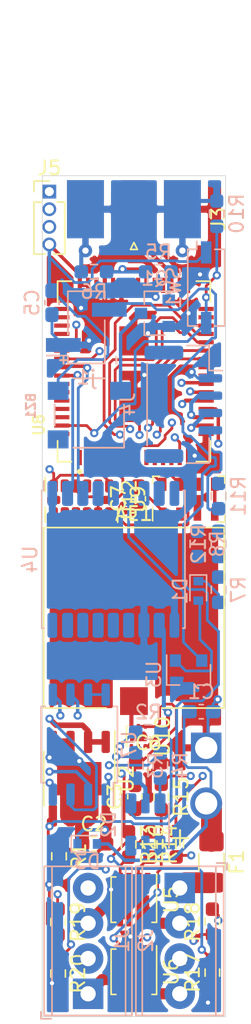
<source format=kicad_pcb>
(kicad_pcb (version 20171130) (host pcbnew 5.1.10)
  (layers (0 F.Cu signal) (1 In1.Cu signal) (2 In2.Cu signal) (31 B.Cu signal) (34 B.Paste user) (35 F.Paste user) (36 B.SilkS user) (37 F.SilkS user) (38 B.Mask user) (39 F.Mask user) (44 Edge.Cuts user))
  (net 0 "")
  (net 1 "Net-(BZ1-Pad2)")
  (net 2 /3V3)
  (net 3 "Net-(C1-Pad2)")
  (net 4 GND)
  (net 5 /3V3_BAK)
  (net 6 "Net-(D2-Pad3)")
  (net 7 "Net-(D2-Pad2)")
  (net 8 "Net-(D2-Pad1)")
  (net 9 /V_BAT)
  (net 10 "Net-(J3-Pad1)")
  (net 11 "Net-(R1-Pad2)")
  (net 12 "Net-(Q1-Pad1)")
  (net 13 /LED_B)
  (net 14 /LED_R)
  (net 15 /LED_G)
  (net 16 /BUZZER)
  (net 17 /BAT_SENSE)
  (net 18 /FLASH_CS)
  (net 19 /3v3)
  (net 20 "Net-(U10-Pad6)")
  (net 21 /GPS_TX)
  (net 22 /GPS_RX)
  (net 23 /PYRO_1_EN)
  (net 24 /PYRO_2_EN)
  (net 25 /PYRO_3_EN)
  (net 26 /PYRO_4_EN)
  (net 27 /FLASH_SCK)
  (net 28 /FLASH_MOSI)
  (net 29 /FLASH_MISO)
  (net 30 /EXT_TX)
  (net 31 /EXT_RX)
  (net 32 /SWDIO)
  (net 33 /SWCLK)
  (net 34 "Net-(U9-Pad4)")
  (net 35 "Net-(AE1-Pad1)")
  (net 36 "Net-(R10-Pad1)")
  (net 37 /SCL3)
  (net 38 /SDA3)
  (net 39 /PYRO_1)
  (net 40 /PYRO_3)
  (net 41 /PYRO_4)
  (net 42 /PYRO_2)
  (net 43 "Net-(R13-Pad2)")
  (net 44 "Net-(R14-Pad2)")
  (net 45 "Net-(R15-Pad2)")
  (net 46 "Net-(R16-Pad1)")
  (net 47 "Net-(C2-Pad2)")
  (net 48 "Net-(D1-Pad1)")
  (module Diode_SMD:D_SOD-523 (layer B.Cu) (at 127.446 110.744)
    (fp_text reference D3 (at 0 1.3) (layer B.SilkS) (effects (justify mirror)))
    (fp_text value ZLLS350TA)
    (pad 1 smd rect (at -0.7 0 180) (size 0.6 0.7) (layers B.Cu B.Paste B.Mask) (net 47 "Net-(C2-Pad2)"))
    (pad 2 smd rect (at 0.7 0 180) (size 0.6 0.7) (layers B.Cu B.Paste B.Mask) (net 3 "Net-(C1-Pad2)"))
  )
  (module Diode_SMD:D_SOD-523 (layer B.Cu) (at 135.4455 92.5195 270)
    (fp_text reference D1 (at 0 1.3 270) (layer B.SilkS) (effects (justify mirror)))
    (fp_text value ZLLS350TA)
    (pad 1 smd rect (at -0.7 0 90) (size 0.6 0.7) (layers B.Cu B.Paste B.Mask) (net 48 "Net-(D1-Pad1)"))
    (pad 2 smd rect (at 0.7 0 90) (size 0.6 0.7) (layers B.Cu B.Paste B.Mask) (net 3 "Net-(C1-Pad2)"))
  )
  (module custom:xt30_pigtail (layer F.Cu) (at 136.017 103.823 270)
    (fp_text reference U1 hide)
    (fp_text value JST-RCY)
    (fp_text user + (at 6.5 2 90) (layer F.SilkS) (effects (font (size 1.5 1.5))))
    (pad 2 thru_hole circle (at 4 0 270) (size 2.3 2.3) (drill 1.6) (layers *.Cu *.Mask) (net 3 "Net-(C1-Pad2)"))
    (pad 1 thru_hole rect (at 0 0 270) (size 2.2 2.2) (drill 1.6) (layers *.Cu *.Mask) (net 4 GND))
  )
  (module Package_TO_SOT_SMD:SOT-23 (layer B.Cu) (at 134.747 98.536 270)
    (fp_text reference U3 (at 0 2.5 270) (layer B.SilkS) (effects (justify mirror)))
    (fp_text value NCV51460)
    (pad 3 smd rect (at 1 0 270) (size 0.9 0.8) (layers B.Cu B.Paste B.Mask) (net 4 GND))
    (pad 2 smd rect (at -1 -0.95 270) (size 0.9 0.8) (layers B.Cu B.Paste B.Mask) (net 5 /3V3_BAK))
    (pad 1 smd rect (at -1 0.95 270) (size 0.9 0.8) (layers B.Cu B.Paste B.Mask) (net 3 "Net-(C1-Pad2)"))
  )
  (module Capacitor_SMD:C_0603_1608Metric_Pad1.08x0.95mm_HandSolder (layer B.Cu) (at 135.6625 101.219 180)
    (fp_text reference C1 (at 0 1.43) (layer B.SilkS) (effects (justify mirror)))
    (fp_text value 0.1u)
    (pad 2 smd roundrect (at 0.8625 0 180) (size 1.075 0.95) (layers B.Cu B.Paste B.Mask) (net 3 "Net-(C1-Pad2)"))
    (pad 1 smd roundrect (at -0.8625 0 180) (size 1.075 0.95) (layers B.Cu B.Paste B.Mask) (net 4 GND))
  )
  (module Connector_PinHeader_1.27mm:PinHeader_1x04_P1.27mm_Vertical (layer F.Cu) (at 124.714 63.754)
    (fp_text reference J5 (at 0 -1.695) (layer F.SilkS))
    (fp_text value "SWD port")
    (pad 4 thru_hole oval (at 0 3.81) (size 1 1) (drill 0.65) (layers *.Cu *.Mask) (net 2 /3V3))
    (pad 3 thru_hole oval (at 0 2.54) (size 1 1) (drill 0.65) (layers *.Cu *.Mask) (net 32 /SWDIO))
    (pad 2 thru_hole oval (at 0 1.27) (size 1 1) (drill 0.65) (layers *.Cu *.Mask) (net 33 /SWCLK))
    (pad 1 thru_hole rect (at 0 0) (size 1 1) (drill 0.65) (layers *.Cu *.Mask) (net 4 GND))
  )
  (module Resistor_SMD:R_0603_1608Metric_Pad0.98x0.95mm_HandSolder (layer F.Cu) (at 125.349 120.0785 270)
    (fp_text reference R20 (at 0 -1.43 90) (layer F.SilkS))
    (fp_text value 10k)
    (pad 2 smd roundrect (at 0.9125 0 270) (size 0.975 0.95) (layers F.Cu F.Paste F.Mask) (net 4 GND))
    (pad 1 smd roundrect (at -0.9125 0 270) (size 0.975 0.95) (layers F.Cu F.Paste F.Mask) (net 25 /PYRO_3_EN))
  )
  (module Resistor_SMD:R_0603_1608Metric_Pad0.98x0.95mm_HandSolder (layer F.Cu) (at 125.349 116.372 270)
    (fp_text reference R19 (at 0 -1.43 90) (layer F.SilkS))
    (fp_text value 10k)
    (pad 2 smd roundrect (at 0.9125 0 270) (size 0.975 0.95) (layers F.Cu F.Paste F.Mask) (net 4 GND))
    (pad 1 smd roundrect (at -0.9125 0 270) (size 0.975 0.95) (layers F.Cu F.Paste F.Mask) (net 23 /PYRO_1_EN))
  )
  (module Resistor_SMD:R_0603_1608Metric_Pad0.98x0.95mm_HandSolder (layer F.Cu) (at 136.4615 116.3555 90)
    (fp_text reference R18 (at 0 -1.43 90) (layer F.SilkS))
    (fp_text value 10k)
    (pad 2 smd roundrect (at 0.9125 0 90) (size 0.975 0.95) (layers F.Cu F.Paste F.Mask) (net 26 /PYRO_4_EN))
    (pad 1 smd roundrect (at -0.9125 0 90) (size 0.975 0.95) (layers F.Cu F.Paste F.Mask) (net 4 GND))
  )
  (module Resistor_SMD:R_0603_1608Metric_Pad0.98x0.95mm_HandSolder (layer F.Cu) (at 136.4615 120.015 90)
    (fp_text reference R17 (at 0 -1.43 90) (layer F.SilkS))
    (fp_text value 10k)
    (pad 2 smd roundrect (at 0.9125 0 90) (size 0.975 0.95) (layers F.Cu F.Paste F.Mask) (net 24 /PYRO_2_EN))
    (pad 1 smd roundrect (at -0.9125 0 90) (size 0.975 0.95) (layers F.Cu F.Paste F.Mask) (net 4 GND))
  )
  (module Resistor_SMD:R_0603_1608Metric_Pad0.98x0.95mm_HandSolder (layer F.Cu) (at 133.858 110.7675 90)
    (fp_text reference R16 (at 0 -1.43 90) (layer F.SilkS))
    (fp_text value 500)
    (pad 2 smd roundrect (at 0.9125 0 90) (size 0.975 0.95) (layers F.Cu F.Paste F.Mask) (net 26 /PYRO_4_EN))
    (pad 1 smd roundrect (at -0.9125 0 90) (size 0.975 0.95) (layers F.Cu F.Paste F.Mask) (net 46 "Net-(R16-Pad1)"))
  )
  (module Resistor_SMD:R_0603_1608Metric_Pad0.98x0.95mm_HandSolder (layer F.Cu) (at 132.7785 107.355 270)
    (fp_text reference R15 (at 0 -1.43 90) (layer F.SilkS))
    (fp_text value 500)
    (pad 2 smd roundrect (at 0.9125 0 270) (size 0.975 0.95) (layers F.Cu F.Paste F.Mask) (net 45 "Net-(R15-Pad2)"))
    (pad 1 smd roundrect (at -0.9125 0 270) (size 0.975 0.95) (layers F.Cu F.Paste F.Mask) (net 25 /PYRO_3_EN))
  )
  (module Resistor_SMD:R_0603_1608Metric_Pad0.98x0.95mm_HandSolder (layer F.Cu) (at 131.953 110.784 270)
    (fp_text reference R14 (at 0 -1.43 90) (layer F.SilkS))
    (fp_text value 500)
    (pad 2 smd roundrect (at 0.9125 0 270) (size 0.975 0.95) (layers F.Cu F.Paste F.Mask) (net 44 "Net-(R14-Pad2)"))
    (pad 1 smd roundrect (at -0.9125 0 270) (size 0.975 0.95) (layers F.Cu F.Paste F.Mask) (net 24 /PYRO_2_EN))
  )
  (module Resistor_SMD:R_0603_1608Metric_Pad0.98x0.95mm_HandSolder (layer F.Cu) (at 130.429 110.784 270)
    (fp_text reference R13 (at 0 -1.43 90) (layer F.SilkS))
    (fp_text value 500)
    (pad 2 smd roundrect (at 0.9125 0 270) (size 0.975 0.95) (layers F.Cu F.Paste F.Mask) (net 43 "Net-(R13-Pad2)"))
    (pad 1 smd roundrect (at -0.9125 0 270) (size 0.975 0.95) (layers F.Cu F.Paste F.Mask) (net 23 /PYRO_1_EN))
  )
  (module Resistor_SMD:R_0603_1608Metric_Pad0.98x0.95mm_HandSolder (layer B.Cu) (at 136.906 89.1305 270)
    (fp_text reference R12 (at 0 1.43 90) (layer B.SilkS) (effects (justify mirror)))
    (fp_text value 4.7k)
    (pad 2 smd roundrect (at 0.9125 0 270) (size 0.975 0.95) (layers B.Cu B.Paste B.Mask) (net 2 /3V3))
    (pad 1 smd roundrect (at -0.9125 0 270) (size 0.975 0.95) (layers B.Cu B.Paste B.Mask) (net 38 /SDA3))
  )
  (module Resistor_SMD:R_0603_1608Metric_Pad0.98x0.95mm_HandSolder (layer B.Cu) (at 136.906 85.685 90)
    (fp_text reference R11 (at 0 1.43 90) (layer B.SilkS) (effects (justify mirror)))
    (fp_text value 4.7k)
    (pad 2 smd roundrect (at 0.9125 0 90) (size 0.975 0.95) (layers B.Cu B.Paste B.Mask) (net 37 /SCL3))
    (pad 1 smd roundrect (at -0.9125 0 90) (size 0.975 0.95) (layers B.Cu B.Paste B.Mask) (net 2 /3V3))
  )
  (module Package_SO:Vishay_PowerPAK_1212-8_Dual (layer F.Cu) (at 130.81 119.9515 270)
    (fp_text reference U6 (at 0 -2.7 90) (layer F.SilkS))
    (fp_text value Si7232DN)
    (pad 6 smd custom (at 0.5575 -0.6075 270) (size 1.725 0.99) (layers F.Cu F.Paste F.Mask) (net 41 /PYRO_4) (options (clearance outline) (anchor rect)) (primitives (gr_poly (pts (xy 0.6125 0.495) (xy 1.3725 0.495) (xy 1.3725 0.09) (xy 0.8625 0.09) (xy 0.8625 -0.165) (xy 1.3725 -0.165) (xy 1.3725 -0.5875) (xy 0.6125 -0.5875)) (width 0))))
    (pad 5 smd custom (at 0.5575 0.6075 270) (size 1.725 0.99) (layers F.Cu F.Paste F.Mask) (net 40 /PYRO_3) (options (clearance outline) (anchor rect)) (primitives (gr_poly (pts (xy 0.6125 -0.495) (xy 1.3725 -0.495) (xy 1.3725 -0.09) (xy 0.8625 -0.09) (xy 0.8625 0.165) (xy 1.3725 0.165) (xy 1.3725 0.5875) (xy 0.6125 0.5875)) (width 0))))
    (pad 4 smd rect (at -1.435 0.99 270) (size 0.99 0.405) (layers F.Cu F.Paste F.Mask) (net 45 "Net-(R15-Pad2)"))
    (pad 3 smd rect (at -1.435 0.33 270) (size 0.99 0.405) (layers F.Cu F.Paste F.Mask) (net 4 GND))
    (pad 2 smd rect (at -1.435 -0.33 270) (size 0.99 0.405) (layers F.Cu F.Paste F.Mask) (net 46 "Net-(R16-Pad1)"))
    (pad 1 smd rect (at -1.435 -0.99 270) (size 0.99 0.405) (layers F.Cu F.Paste F.Mask) (net 4 GND))
  )
  (module Package_SO:Vishay_PowerPAK_1212-8_Dual (layer F.Cu) (at 130.81 114.7585 270)
    (fp_text reference U5 (at 0 -2.7 90) (layer F.SilkS))
    (fp_text value Si7232DN)
    (pad 6 smd custom (at 0.5575 -0.6075 270) (size 1.725 0.99) (layers F.Cu F.Paste F.Mask) (net 42 /PYRO_2) (options (clearance outline) (anchor rect)) (primitives (gr_poly (pts (xy 0.6125 0.495) (xy 1.3725 0.495) (xy 1.3725 0.09) (xy 0.8625 0.09) (xy 0.8625 -0.165) (xy 1.3725 -0.165) (xy 1.3725 -0.5875) (xy 0.6125 -0.5875)) (width 0))))
    (pad 5 smd custom (at 0.5575 0.6075 270) (size 1.725 0.99) (layers F.Cu F.Paste F.Mask) (net 39 /PYRO_1) (options (clearance outline) (anchor rect)) (primitives (gr_poly (pts (xy 0.6125 -0.495) (xy 1.3725 -0.495) (xy 1.3725 -0.09) (xy 0.8625 -0.09) (xy 0.8625 0.165) (xy 1.3725 0.165) (xy 1.3725 0.5875) (xy 0.6125 0.5875)) (width 0))))
    (pad 4 smd rect (at -1.435 0.99 270) (size 0.99 0.405) (layers F.Cu F.Paste F.Mask) (net 43 "Net-(R13-Pad2)"))
    (pad 3 smd rect (at -1.435 0.33 270) (size 0.99 0.405) (layers F.Cu F.Paste F.Mask) (net 4 GND))
    (pad 2 smd rect (at -1.435 -0.33 270) (size 0.99 0.405) (layers F.Cu F.Paste F.Mask) (net 44 "Net-(R14-Pad2)"))
    (pad 1 smd rect (at -1.435 -0.99 270) (size 0.99 0.405) (layers F.Cu F.Paste F.Mask) (net 4 GND))
  )
  (module Button_Switch_SMD:SW_DIP_SPSTx01_Slide_Copal_CHS-01A_W5.08mm_P1.27mm_JPin (layer B.Cu) (at 136.017 70.6755 270)
    (fp_text reference SW1 (at 0 2.33 270) (layer B.SilkS) (effects (justify mirror)))
    (fp_text value chs-01a)
    (pad 2 smd rect (at 2.54 0 270) (size 1.6 0.76) (layers B.Cu B.Paste B.Mask) (net 36 "Net-(R10-Pad1)"))
    (pad 1 smd rect (at -2.54 0 270) (size 1.6 0.76) (layers B.Cu B.Paste B.Mask) (net 2 /3V3))
  )
  (module Resistor_SMD:R_0603_1608Metric_Pad0.98x0.95mm_HandSolder (layer B.Cu) (at 136.779 65.3415 90)
    (fp_text reference R10 (at 0 1.43 270) (layer B.SilkS) (effects (justify mirror)))
    (fp_text value 10k)
    (pad 2 smd roundrect (at 0.9125 0 90) (size 0.975 0.95) (layers B.Cu B.Paste B.Mask) (net 4 GND))
    (pad 1 smd roundrect (at -0.9125 0 90) (size 0.975 0.95) (layers B.Cu B.Paste B.Mask) (net 36 "Net-(R10-Pad1)"))
  )
  (module Connector_PinHeader_2.54mm:PinHeader_1x02_P2.54mm_Vertical_SMD_Pin1Left (layer B.Cu) (at 127.381 73.533)
    (fp_text reference j1 (at 0 3.6) (layer B.SilkS) (effects (justify mirror)))
    (fp_text value power)
    (pad 2 smd rect (at 1.655 -1.27) (size 2.51 1) (layers B.Cu B.Paste B.Mask) (net 11 "Net-(R1-Pad2)"))
    (pad 1 smd rect (at -1.655 1.27) (size 2.51 1) (layers B.Cu B.Paste B.Mask) (net 4 GND))
  )
  (module Package_LGA:LGA-14_3x5mm_P0.8mm_LayoutBorder1x6y (layer F.Cu) (at 127.032 85.963 270)
    (fp_text reference U12 (at 0 -3.45 90) (layer F.SilkS))
    (fp_text value ADXL343)
    (pad 14 smd roundrect (at 0 -2 270) (size 0.6 0.95) (layers F.Cu F.Paste F.Mask) (net 37 /SCL3))
    (pad 13 smd roundrect (at 1 -2 270) (size 0.95 0.6) (layers F.Cu F.Paste F.Mask) (net 38 /SDA3))
    (pad 12 smd roundrect (at 1 -1.2 270) (size 0.95 0.6) (layers F.Cu F.Paste F.Mask) (net 4 GND))
    (pad 11 smd roundrect (at 1 -0.4 270) (size 0.95 0.6) (layers F.Cu F.Paste F.Mask))
    (pad 10 smd roundrect (at 1 0.4 270) (size 0.95 0.6) (layers F.Cu F.Paste F.Mask))
    (pad 9 smd roundrect (at 1 1.2 270) (size 0.95 0.6) (layers F.Cu F.Paste F.Mask))
    (pad 8 smd roundrect (at 1 2 270) (size 0.95 0.6) (layers F.Cu F.Paste F.Mask))
    (pad 7 smd roundrect (at 0 2 270) (size 0.6 0.95) (layers F.Cu F.Paste F.Mask) (net 2 /3V3))
    (pad 6 smd roundrect (at -1 2 270) (size 0.95 0.6) (layers F.Cu F.Paste F.Mask) (net 2 /3V3))
    (pad 5 smd roundrect (at -1 1.2 270) (size 0.95 0.6) (layers F.Cu F.Paste F.Mask) (net 4 GND))
    (pad 4 smd roundrect (at -1 0.4 270) (size 0.95 0.6) (layers F.Cu F.Paste F.Mask) (net 4 GND))
    (pad 3 smd roundrect (at -1 -0.4 270) (size 0.95 0.6) (layers F.Cu F.Paste F.Mask))
    (pad 2 smd roundrect (at -1 -1.2 270) (size 0.95 0.6) (layers F.Cu F.Paste F.Mask) (net 4 GND))
    (pad 1 smd roundrect (at -1 -2 270) (size 0.95 0.6) (layers F.Cu F.Paste F.Mask) (net 2 /3V3))
  )
  (module custom:XDCR_CMT-0502-75-SMT-TR (layer B.Cu) (at 127.599 79.705 270)
    (fp_text reference BZ1 (at -0.508 4.2164 90) (layer B.SilkS) (effects (font (size 0.64 0.64)) (justify mirror)))
    (fp_text value "CMT-0502-75-SMT-TR ")
    (fp_text user - (at -3.81 -1.905 90) (layer B.SilkS) (effects (font (size 0.64 0.64)) (justify mirror)))
    (fp_text user + (at -3.81 1.905 90) (layer B.SilkS) (effects (font (size 0.64 0.64)) (justify mirror)))
    (pad 2 smd rect (at -1.6 -2.25 270) (size 1.3 1.5) (layers B.Cu B.Paste B.Mask) (net 1 "Net-(BZ1-Pad2)"))
    (pad 1 smd rect (at -1.6 2.25 270) (size 1.3 1.5) (layers B.Cu B.Paste B.Mask) (net 2 /3V3))
    (pad ~ smd rect (at 1.9 2.25 270) (size 1.3 1.5) (layers B.Cu B.Paste B.Mask))
  )
  (module Connector_JST:JST_GH_BM04B-GHS-TBT_1x04-1MP_P1.25mm_Vertical (layer B.Cu) (at 134.369 79.079 270)
    (fp_text reference J4 (at 0 4 270) (layer B.SilkS) (effects (justify mirror)))
    (fp_text value Conn_01x04)
    (pad MP smd roundrect (at 3.725 1.4 270) (size 1 2.8) (layers B.Cu B.Paste B.Mask))
    (pad MP smd roundrect (at -3.725 1.4 270) (size 1 2.8) (layers B.Cu B.Paste B.Mask))
    (pad 4 smd roundrect (at 1.875 -1.95 270) (size 0.6 1.7) (layers B.Cu B.Paste B.Mask) (net 2 /3V3))
    (pad 3 smd roundrect (at 0.625 -1.95 270) (size 0.6 1.7) (layers B.Cu B.Paste B.Mask) (net 30 /EXT_TX))
    (pad 2 smd roundrect (at -0.625 -1.95 270) (size 0.6 1.7) (layers B.Cu B.Paste B.Mask) (net 31 /EXT_RX))
    (pad 1 smd roundrect (at -1.875 -1.95 270) (size 0.6 1.7) (layers B.Cu B.Paste B.Mask) (net 4 GND))
  )
  (module custom:SGGP.12.4.A.02 (layer F.Cu) (at 130.81 100.457)
    (fp_text reference AE1 (at 0 -13.5) (layer F.SilkS))
    (fp_text value SGGP.12A)
    (pad 1 smd rect (at 0 0) (size 2 2) (layers F.Cu F.Paste F.Mask) (net 35 "Net-(AE1-Pad1)"))
    (pad 2 smd rect (at 4.5 -10.5) (size 3 3) (layers F.Cu F.Paste F.Mask) (net 4 GND))
    (pad 2 smd rect (at 0 -10.5) (size 3 3) (layers F.Cu F.Paste F.Mask) (net 4 GND))
    (pad 2 smd rect (at -4.5 -10.5) (size 3 3) (layers F.Cu F.Paste F.Mask) (net 4 GND))
    (pad 2 smd rect (at -4.5 -6) (size 3 3) (layers F.Cu F.Paste F.Mask) (net 4 GND))
    (pad 2 smd rect (at 4.5 -6) (size 3 3) (layers F.Cu F.Paste F.Mask) (net 4 GND))
    (pad 2 smd rect (at 0 -6) (size 3 3) (layers F.Cu F.Paste F.Mask) (net 4 GND))
    (pad 2 smd rect (at 4.5 -1.5) (size 3 3) (layers F.Cu F.Paste F.Mask) (net 4 GND))
    (pad 2 smd rect (at -4.5 -1.5) (size 3 3) (layers F.Cu F.Paste F.Mask) (net 4 GND))
  )
  (module RF:Skyworks_SKY65404-31 (layer F.Cu) (at 131.1275 102.997 270)
    (fp_text reference U10 (at 0 -1.75 270) (layer F.SilkS))
    (fp_text value SKY65723-81)
    (pad 1 smd roundrect (at -0.725 -0.5 270) (size 0.35 0.25) (layers F.Cu F.Paste F.Mask) (net 2 /3V3))
    (pad 2 smd roundrect (at -0.725 0 270) (size 0.35 0.25) (layers F.Cu F.Paste F.Mask) (net 2 /3V3))
    (pad 3 smd roundrect (at -0.725 0.5 270) (size 0.35 0.25) (layers F.Cu F.Paste F.Mask) (net 35 "Net-(AE1-Pad1)"))
    (pad 4 smd roundrect (at 0.725 0.5 270) (size 0.35 0.25) (layers F.Cu F.Paste F.Mask))
    (pad 5 smd roundrect (at 0.725 0 270) (size 0.35 0.25) (layers F.Cu F.Paste F.Mask))
    (pad 6 smd roundrect (at 0.725 -0.5 270) (size 0.35 0.25) (layers F.Cu F.Paste F.Mask) (net 20 "Net-(U10-Pad6)"))
    (pad 7 smd custom (at 0 0 270) (size 0.35 0.25) (layers F.Cu F.Paste F.Mask) (net 4 GND) (options (clearance outline) (anchor rect)) (primitives (gr_poly (pts (xy 0.35 -0.6) (xy 0.35 0) (xy 0.35 0.6) (xy 0.1 0.6) (xy 0.1 0.65) (xy -0.1 0.65) (xy -0.1 0.6) (xy -0.35 0.6) (xy -0.35 -0.45) (xy -0.2 -0.6) (xy -0.1 -0.6) (xy -0.1 -0.65) (xy 0.1 -0.65) (xy 0.1 -0.6)) (width 0))))
  )
  (module Package_LGA:LGA-8_3x5mm_P1.25mm (layer F.Cu) (at 134.757 85.911 90)
    (fp_text reference U9 (at 0 -3.65 90) (layer F.SilkS))
    (fp_text value MS5607-02BA)
    (pad 5 smd rect (at 1.075 1.875 90) (size 0.95 0.55) (layers F.Cu F.Paste F.Mask) (net 34 "Net-(U9-Pad4)"))
    (pad 6 smd rect (at 1.075 0.625 90) (size 0.95 0.55) (layers F.Cu F.Paste F.Mask))
    (pad 7 smd rect (at 1.075 -0.625 90) (size 0.95 0.55) (layers F.Cu F.Paste F.Mask) (net 38 /SDA3))
    (pad 8 smd rect (at 1.075 -1.875 90) (size 0.95 0.55) (layers F.Cu F.Paste F.Mask) (net 37 /SCL3))
    (pad 3 smd rect (at -1.075 0.625 90) (size 0.95 0.55) (layers F.Cu F.Paste F.Mask) (net 4 GND))
    (pad 2 smd rect (at -1.075 -0.625 90) (size 0.95 0.55) (layers F.Cu F.Paste F.Mask) (net 2 /3V3))
    (pad 1 smd rect (at -1.075 -1.875 90) (size 0.95 0.55) (layers F.Cu F.Paste F.Mask) (net 2 /3V3))
    (pad 4 smd rect (at -1.075 1.875 90) (size 0.95 0.55) (layers F.Cu F.Paste F.Mask) (net 34 "Net-(U9-Pad4)"))
  )
  (module custom:s76s (layer F.Cu) (at 130.81 76.708 90)
    (fp_text reference U8 (at -3.85268 -6.85478 90) (layer F.SilkS) (effects (font (size 0.787953 0.787953))))
    (fp_text value s76s)
    (pad 1 smd rect (at -6.2 -3.9 90) (size 1.1 0.3) (layers F.Cu F.Paste F.Mask))
    (pad 2 smd rect (at -6.2 -3.3 90) (size 1.1 0.3) (layers F.Cu F.Paste F.Mask) (net 4 GND))
    (pad 3 smd rect (at -6.2 -2.7 90) (size 1.1 0.3) (layers F.Cu F.Paste F.Mask) (net 4 GND))
    (pad 4 smd rect (at -6.2 -2.1 90) (size 1.1 0.3) (layers F.Cu F.Paste F.Mask) (net 37 /SCL3))
    (pad 5 smd rect (at -6.2 -1.5 90) (size 1.1 0.3) (layers F.Cu F.Paste F.Mask) (net 38 /SDA3))
    (pad 6 smd rect (at -6.2 -0.9 90) (size 1.1 0.3) (layers F.Cu F.Paste F.Mask) (net 17 /BAT_SENSE))
    (pad 7 smd rect (at -6.2 -0.3 90) (size 1.1 0.3) (layers F.Cu F.Paste F.Mask) (net 25 /PYRO_3_EN))
    (pad 8 smd rect (at -6.2 0.3 90) (size 1.1 0.3) (layers F.Cu F.Paste F.Mask))
    (pad 9 smd rect (at -6.2 0.9 90) (size 1.1 0.3) (layers F.Cu F.Paste F.Mask))
    (pad 10 smd rect (at -6.2 1.5 90) (size 1.1 0.3) (layers F.Cu F.Paste F.Mask))
    (pad 11 smd rect (at -6.2 2.1 90) (size 1.1 0.3) (layers F.Cu F.Paste F.Mask))
    (pad 12 smd rect (at -6.2 2.7 90) (size 1.1 0.3) (layers F.Cu F.Paste F.Mask))
    (pad 13 smd rect (at -6.2 3.3 90) (size 1.1 0.3) (layers F.Cu F.Paste F.Mask) (net 26 /PYRO_4_EN))
    (pad 14 smd rect (at -6.2 3.9 90) (size 1.1 0.3) (layers F.Cu F.Paste F.Mask) (net 4 GND))
    (pad 15 smd rect (at -4.5 5.2 90) (size 0.3 1.1) (layers F.Cu F.Paste F.Mask) (net 4 GND))
    (pad 16 smd rect (at -3.9 5.2 90) (size 0.3 1.1) (layers F.Cu F.Paste F.Mask) (net 30 /EXT_TX))
    (pad 17 smd rect (at -3.3 5.2 90) (size 0.3 1.1) (layers F.Cu F.Paste F.Mask) (net 31 /EXT_RX))
    (pad 18 smd rect (at -2.7 5.2 90) (size 0.3 1.1) (layers F.Cu F.Paste F.Mask) (net 18 /FLASH_CS))
    (pad 19 smd rect (at -2.1 5.2 90) (size 0.3 1.1) (layers F.Cu F.Paste F.Mask) (net 27 /FLASH_SCK))
    (pad 20 smd rect (at -1.5 5.2 90) (size 0.3 1.1) (layers F.Cu F.Paste F.Mask) (net 29 /FLASH_MISO))
    (pad 21 smd rect (at -0.9 5.2 90) (size 0.3 1.1) (layers F.Cu F.Paste F.Mask) (net 28 /FLASH_MOSI))
    (pad 22 smd rect (at -0.3 5.2 90) (size 0.3 1.1) (layers F.Cu F.Paste F.Mask))
    (pad 23 smd rect (at 0.3 5.2 90) (size 0.3 1.1) (layers F.Cu F.Paste F.Mask))
    (pad 24 smd rect (at 0.9 5.2 90) (size 0.3 1.1) (layers F.Cu F.Paste F.Mask) (net 24 /PYRO_2_EN))
    (pad 25 smd rect (at 1.5 5.2 90) (size 0.3 1.1) (layers F.Cu F.Paste F.Mask) (net 23 /PYRO_1_EN))
    (pad 26 smd rect (at 2.1 5.2 90) (size 0.3 1.1) (layers F.Cu F.Paste F.Mask) (net 13 /LED_B))
    (pad 27 smd rect (at 2.7 5.2 90) (size 0.3 1.1) (layers F.Cu F.Paste F.Mask) (net 14 /LED_R))
    (pad 28 smd rect (at 3.3 5.2 90) (size 0.3 1.1) (layers F.Cu F.Paste F.Mask) (net 15 /LED_G))
    (pad 29 smd rect (at 3.9 5.2 90) (size 0.3 1.1) (layers F.Cu F.Paste F.Mask))
    (pad 30 smd rect (at 4.5 5.2 90) (size 0.3 1.1) (layers F.Cu F.Paste F.Mask))
    (pad 31 smd rect (at 6.2 3.9 90) (size 1.1 0.3) (layers F.Cu F.Paste F.Mask) (net 4 GND))
    (pad 32 smd rect (at 6.2 3.3 90) (size 1.1 0.3) (layers F.Cu F.Paste F.Mask) (net 4 GND))
    (pad 33 smd rect (at 6.2 2.7 90) (size 1.1 0.3) (layers F.Cu F.Paste F.Mask) (net 10 "Net-(J3-Pad1)"))
    (pad 34 smd rect (at 6.2 2.1 90) (size 1.1 0.3) (layers F.Cu F.Paste F.Mask) (net 4 GND))
    (pad 35 smd rect (at 6.2 1.5 90) (size 1.1 0.3) (layers F.Cu F.Paste F.Mask) (net 4 GND))
    (pad 36 smd rect (at 6.2 0.9 90) (size 1.1 0.3) (layers F.Cu F.Paste F.Mask) (net 16 /BUZZER))
    (pad 37 smd rect (at 6.2 0.3 90) (size 1.1 0.3) (layers F.Cu F.Paste F.Mask) (net 4 GND))
    (pad 38 smd rect (at 6.2 -0.3 90) (size 1.1 0.3) (layers F.Cu F.Paste F.Mask))
    (pad 39 smd rect (at 6.2 -0.9 90) (size 1.1 0.3) (layers F.Cu F.Paste F.Mask) (net 4 GND))
    (pad 40 smd rect (at 6.2 -1.5 90) (size 1.1 0.3) (layers F.Cu F.Paste F.Mask))
    (pad 41 smd rect (at 6.2 -2.1 90) (size 1.1 0.3) (layers F.Cu F.Paste F.Mask) (net 4 GND))
    (pad 42 smd rect (at 6.2 -2.7 90) (size 1.1 0.3) (layers F.Cu F.Paste F.Mask))
    (pad 43 smd rect (at 6.2 -3.3 90) (size 1.1 0.3) (layers F.Cu F.Paste F.Mask) (net 2 /3V3))
    (pad 44 smd rect (at 6.2 -3.9 90) (size 1.1 0.3) (layers F.Cu F.Paste F.Mask) (net 2 /3V3))
    (pad 45 smd rect (at 4.5 -5.2 90) (size 0.3 1.1) (layers F.Cu F.Paste F.Mask))
    (pad 46 smd rect (at 3.9 -5.2 90) (size 0.3 1.1) (layers F.Cu F.Paste F.Mask))
    (pad 47 smd rect (at 3.3 -5.2 90) (size 0.3 1.1) (layers F.Cu F.Paste F.Mask))
    (pad 48 smd rect (at 2.7 -5.2 90) (size 0.3 1.1) (layers F.Cu F.Paste F.Mask))
    (pad 49 smd rect (at 2.1 -5.2 90) (size 0.3 1.1) (layers F.Cu F.Paste F.Mask))
    (pad 50 smd rect (at 1.5 -5.2 90) (size 0.3 1.1) (layers F.Cu F.Paste F.Mask) (net 32 /SWDIO))
    (pad 51 smd rect (at 0.9 -5.2 90) (size 0.3 1.1) (layers F.Cu F.Paste F.Mask) (net 33 /SWCLK))
    (pad 52 smd rect (at 0.3 -5.2 90) (size 0.3 1.1) (layers F.Cu F.Paste F.Mask) (net 21 /GPS_TX))
    (pad 53 smd rect (at -0.3 -5.2 90) (size 0.3 1.1) (layers F.Cu F.Paste F.Mask) (net 22 /GPS_RX))
    (pad 54 smd rect (at -0.9 -5.2 90) (size 0.3 1.1) (layers F.Cu F.Paste F.Mask))
    (pad 55 smd rect (at -1.5 -5.2 90) (size 0.3 1.1) (layers F.Cu F.Paste F.Mask))
    (pad 56 smd rect (at -2.1 -5.2 90) (size 0.3 1.1) (layers F.Cu F.Paste F.Mask))
    (pad 57 smd rect (at -2.7 -5.2 90) (size 0.3 1.1) (layers F.Cu F.Paste F.Mask))
    (pad 58 smd rect (at -3.3 -5.2 90) (size 0.3 1.1) (layers F.Cu F.Paste F.Mask))
    (pad 59 smd rect (at -3.9 -5.2 90) (size 0.3 1.1) (layers F.Cu F.Paste F.Mask) (net 36 "Net-(R10-Pad1)"))
    (pad 60 smd rect (at -4.5 -5.2 90) (size 0.3 1.1) (layers F.Cu F.Paste F.Mask))
    (pad 61 smd rect (at -2.2 0 90) (size 2.1 2.1) (layers F.Cu F.Paste F.Mask) (net 4 GND))
    (pad 62 smd rect (at 2.2 0 90) (size 2.1 2.1) (layers F.Cu F.Paste F.Mask) (net 4 GND))
  )
  (module Package_SO:SOIC-8_5.275x5.275mm_P1.27mm (layer B.Cu) (at 126.873 103.588 90)
    (fp_text reference U7 (at 0 3.59 90) (layer B.SilkS) (effects (justify mirror)))
    (fp_text value W25Q16JVS)
    (pad 8 smd roundrect (at 3.6 1.905 90) (size 1.6 0.6) (layers B.Cu B.Paste B.Mask) (net 19 /3v3))
    (pad 7 smd roundrect (at 3.6 0.635 90) (size 1.6 0.6) (layers B.Cu B.Paste B.Mask) (net 19 /3v3))
    (pad 6 smd roundrect (at 3.6 -0.635 90) (size 1.6 0.6) (layers B.Cu B.Paste B.Mask) (net 27 /FLASH_SCK))
    (pad 5 smd roundrect (at 3.6 -1.905 90) (size 1.6 0.6) (layers B.Cu B.Paste B.Mask) (net 28 /FLASH_MOSI))
    (pad 4 smd roundrect (at -3.6 -1.905 90) (size 1.6 0.6) (layers B.Cu B.Paste B.Mask) (net 4 GND))
    (pad 3 smd roundrect (at -3.6 -0.635 90) (size 1.6 0.6) (layers B.Cu B.Paste B.Mask) (net 2 /3V3))
    (pad 2 smd roundrect (at -3.6 0.635 90) (size 1.6 0.6) (layers B.Cu B.Paste B.Mask) (net 29 /FLASH_MISO))
    (pad 1 smd roundrect (at -3.6 1.905 90) (size 1.6 0.6) (layers B.Cu B.Paste B.Mask) (net 18 /FLASH_CS))
  )
  (module RF_GPS:ublox_MAX (layer B.Cu) (at 129.329 90.246 270)
    (fp_text reference U4 (at 0 6 90) (layer B.SilkS) (effects (justify mirror)))
    (fp_text value MAX-M8C)
    (pad 18 smd roundrect (at 4.75 4.4 270) (size 1.8 0.7) (layers B.Cu B.Paste B.Mask))
    (pad 17 smd roundrect (at 4.75 3.3 270) (size 1.8 0.8) (layers B.Cu B.Paste B.Mask))
    (pad 16 smd roundrect (at 4.75 2.2 270) (size 1.8 0.8) (layers B.Cu B.Paste B.Mask))
    (pad 15 smd roundrect (at 4.75 1.1 270) (size 1.8 0.8) (layers B.Cu B.Paste B.Mask))
    (pad 14 smd roundrect (at 4.75 0 270) (size 1.8 0.8) (layers B.Cu B.Paste B.Mask))
    (pad 13 smd roundrect (at 4.75 -1.1 270) (size 1.8 0.8) (layers B.Cu B.Paste B.Mask))
    (pad 12 smd roundrect (at 4.75 -2.2 270) (size 1.8 0.8) (layers B.Cu B.Paste B.Mask) (net 4 GND))
    (pad 11 smd roundrect (at 4.75 -3.3 270) (size 1.8 0.8) (layers B.Cu B.Paste B.Mask) (net 20 "Net-(U10-Pad6)"))
    (pad 10 smd roundrect (at 4.75 -4.4 270) (size 1.8 0.7) (layers B.Cu B.Paste B.Mask) (net 4 GND))
    (pad 9 smd roundrect (at -4.75 -4.4 270) (size 1.8 0.7) (layers B.Cu B.Paste B.Mask))
    (pad 8 smd roundrect (at -4.75 -3.3 270) (size 1.8 0.8) (layers B.Cu B.Paste B.Mask) (net 2 /3V3))
    (pad 7 smd roundrect (at -4.75 -2.2 270) (size 1.8 0.8) (layers B.Cu B.Paste B.Mask) (net 2 /3V3))
    (pad 6 smd roundrect (at -4.75 -1.1 270) (size 1.8 0.8) (layers B.Cu B.Paste B.Mask) (net 5 /3V3_BAK))
    (pad 5 smd roundrect (at -4.75 0 270) (size 1.8 0.8) (layers B.Cu B.Paste B.Mask))
    (pad 4 smd roundrect (at -4.75 1.1 270) (size 1.8 0.8) (layers B.Cu B.Paste B.Mask))
    (pad 3 smd roundrect (at -4.75 2.2 270) (size 1.8 0.8) (layers B.Cu B.Paste B.Mask) (net 21 /GPS_TX))
    (pad 2 smd roundrect (at -4.75 3.3 270) (size 1.8 0.8) (layers B.Cu B.Paste B.Mask) (net 22 /GPS_RX))
    (pad 1 smd roundrect (at -4.75 4.4 270) (size 1.8 0.7) (layers B.Cu B.Paste B.Mask) (net 4 GND))
  )
  (module Package_SO:HTSOP-8-1EP_3.9x4.9mm_P1.27mm_EP2.4x3.2mm (layer F.Cu) (at 126.873 106.045 270)
    (fp_text reference U2 (at 0 -3.4 90) (layer F.SilkS))
    (fp_text value BD33GA5WEFJ)
    (pad 9 smd rect (at 0 0 270) (size 2.4 3.2) (layers F.Cu F.Mask) (net 4 GND))
    (pad 8 smd roundrect (at 2.65 -1.905 270) (size 1.6 0.6) (layers F.Cu F.Paste F.Mask) (net 47 "Net-(C2-Pad2)"))
    (pad 7 smd roundrect (at 2.65 -0.635 270) (size 1.6 0.6) (layers F.Cu F.Paste F.Mask) (net 4 GND))
    (pad 6 smd roundrect (at 2.65 0.635 270) (size 1.6 0.6) (layers F.Cu F.Paste F.Mask) (net 4 GND))
    (pad 5 smd roundrect (at 2.65 1.905 270) (size 1.6 0.6) (layers F.Cu F.Paste F.Mask) (net 11 "Net-(R1-Pad2)"))
    (pad 4 smd roundrect (at -2.65 1.905 270) (size 1.6 0.6) (layers F.Cu F.Paste F.Mask) (net 4 GND))
    (pad 3 smd roundrect (at -2.65 0.635 270) (size 1.6 0.6) (layers F.Cu F.Paste F.Mask) (net 4 GND))
    (pad 2 smd roundrect (at -2.65 -0.635 270) (size 1.6 0.6) (layers F.Cu F.Paste F.Mask) (net 2 /3V3))
    (pad 1 smd roundrect (at -2.65 -1.905 270) (size 1.6 0.6) (layers F.Cu F.Paste F.Mask) (net 2 /3V3))
  )
  (module Resistor_SMD:R_0603_1608Metric_Pad0.98x0.95mm_HandSolder (layer B.Cu) (at 135.382 89.1305 90)
    (fp_text reference R8 (at 0 1.43 90) (layer B.SilkS) (effects (justify mirror)))
    (fp_text value 3k)
    (pad 2 smd roundrect (at 0.9125 0 90) (size 0.975 0.95) (layers B.Cu B.Paste B.Mask) (net 4 GND))
    (pad 1 smd roundrect (at -0.9125 0 90) (size 0.975 0.95) (layers B.Cu B.Paste B.Mask) (net 17 /BAT_SENSE))
  )
  (module Resistor_SMD:R_0603_1608Metric_Pad0.98x0.95mm_HandSolder (layer B.Cu) (at 136.906 92.4325 90)
    (fp_text reference R7 (at 0 1.43 90) (layer B.SilkS) (effects (justify mirror)))
    (fp_text value 10k)
    (pad 2 smd roundrect (at 0.9125 0 90) (size 0.975 0.95) (layers B.Cu B.Paste B.Mask) (net 17 /BAT_SENSE))
    (pad 1 smd roundrect (at -0.9125 0 90) (size 0.975 0.95) (layers B.Cu B.Paste B.Mask) (net 48 "Net-(D1-Pad1)"))
  )
  (module Resistor_SMD:R_0603_1608Metric_Pad0.98x0.95mm_HandSolder (layer B.Cu) (at 127.929 69.5325)
    (fp_text reference R6 (at 0 1.43) (layer B.SilkS) (effects (justify mirror)))
    (fp_text value 10k)
    (pad 2 smd roundrect (at 0.9125 0) (size 0.975 0.95) (layers B.Cu B.Paste B.Mask) (net 16 /BUZZER))
    (pad 1 smd roundrect (at -0.9125 0) (size 0.975 0.95) (layers B.Cu B.Paste B.Mask) (net 4 GND))
  )
  (module Resistor_SMD:R_0603_1608Metric_Pad0.98x0.95mm_HandSolder (layer B.Cu) (at 132.5645 69.5325 180)
    (fp_text reference R5 (at 0 1.43) (layer B.SilkS) (effects (justify mirror)))
    (fp_text value 500)
    (pad 2 smd roundrect (at 0.9125 0 180) (size 0.975 0.95) (layers B.Cu B.Paste B.Mask) (net 16 /BUZZER))
    (pad 1 smd roundrect (at -0.9125 0 180) (size 0.975 0.95) (layers B.Cu B.Paste B.Mask) (net 12 "Net-(Q1-Pad1)"))
  )
  (module Resistor_SMD:R_0603_1608Metric_Pad0.98x0.95mm_HandSolder (layer B.Cu) (at 132.715 105.0925 90)
    (fp_text reference R4 (at 0 1.43 90) (layer B.SilkS) (effects (justify mirror)))
    (fp_text value 120)
    (pad 2 smd roundrect (at 0.9125 0 90) (size 0.975 0.95) (layers B.Cu B.Paste B.Mask) (net 15 /LED_G))
    (pad 1 smd roundrect (at -0.9125 0 90) (size 0.975 0.95) (layers B.Cu B.Paste B.Mask) (net 6 "Net-(D2-Pad3)"))
  )
  (module Resistor_SMD:R_0603_1608Metric_Pad0.98x0.95mm_HandSolder (layer B.Cu) (at 130.937 105.0925 90)
    (fp_text reference R3 (at 0 1.43 270) (layer B.SilkS) (effects (justify mirror)))
    (fp_text value 500)
    (pad 2 smd roundrect (at 0.9125 0 90) (size 0.975 0.95) (layers B.Cu B.Paste B.Mask) (net 14 /LED_R))
    (pad 1 smd roundrect (at -0.9125 0 90) (size 0.975 0.95) (layers B.Cu B.Paste B.Mask) (net 7 "Net-(D2-Pad2)"))
  )
  (module Resistor_SMD:R_0603_1608Metric_Pad0.98x0.95mm_HandSolder (layer B.Cu) (at 131.8495 102.6795 180)
    (fp_text reference R2 (at 0 1.43 180) (layer B.SilkS) (effects (justify mirror)))
    (fp_text value 120)
    (pad 2 smd roundrect (at 0.9125 0 180) (size 0.975 0.95) (layers B.Cu B.Paste B.Mask) (net 13 /LED_B))
    (pad 1 smd roundrect (at -0.9125 0 180) (size 0.975 0.95) (layers B.Cu B.Paste B.Mask) (net 8 "Net-(D2-Pad1)"))
  )
  (module Resistor_SMD:R_0603_1608Metric_Pad0.98x0.95mm_HandSolder (layer F.Cu) (at 125.4125 111.633 270)
    (fp_text reference R1 (at 0 -1.43 90) (layer F.SilkS))
    (fp_text value 10k)
    (pad 2 smd roundrect (at 0.9125 0 270) (size 0.975 0.95) (layers F.Cu F.Paste F.Mask) (net 11 "Net-(R1-Pad2)"))
    (pad 1 smd roundrect (at -0.9125 0 270) (size 0.975 0.95) (layers F.Cu F.Paste F.Mask) (net 47 "Net-(C2-Pad2)"))
  )
  (module Package_TO_SOT_SMD:SOT-23 (layer B.Cu) (at 132.318 72.517 180)
    (fp_text reference Q1 (at 0 2.5) (layer B.SilkS) (effects (justify mirror)))
    (fp_text value MMBT3904)
    (pad 3 smd rect (at 1 0 180) (size 0.9 0.8) (layers B.Cu B.Paste B.Mask) (net 1 "Net-(BZ1-Pad2)"))
    (pad 2 smd rect (at -1 -0.95 180) (size 0.9 0.8) (layers B.Cu B.Paste B.Mask) (net 4 GND))
    (pad 1 smd rect (at -1 0.95 180) (size 0.9 0.8) (layers B.Cu B.Paste B.Mask) (net 12 "Net-(Q1-Pad1)"))
  )
  (module Connector_Coaxial:SMA_Molex_73251-2120_EdgeMount_Horizontal (layer F.Cu) (at 130.81 65.024 90)
    (fp_text reference J3 (at -0.705 6.1 90) (layer F.SilkS))
    (fp_text value sma)
    (pad 2 smd rect (at -2.54 3.4925 90) (size 0.89 0.46) (layers B.Cu) (net 4 GND))
    (pad 2 thru_hole circle (at -2.985 3.4925 90) (size 0.97 0.97) (drill 0.46) (layers *.Cu) (net 4 GND))
    (pad 2 smd rect (at -2.54 3.4925 90) (size 0.89 0.46) (layers F.Cu) (net 4 GND))
    (pad 2 smd rect (at 0 -3.4925 90) (size 4.19 2.665) (layers B.Cu B.Paste B.Mask) (net 4 GND))
    (pad 2 smd rect (at 0 -3.4925 90) (size 4.19 2.665) (layers F.Cu F.Paste F.Mask) (net 4 GND))
    (pad 2 smd rect (at 0 3.4925 90) (size 4.19 2.665) (layers B.Cu B.Paste B.Mask) (net 4 GND))
    (pad 1 smd rect (at 0 0 90) (size 4.19 1.78) (layers F.Cu F.Paste F.Mask) (net 10 "Net-(J3-Pad1)"))
    (pad 2 smd rect (at 0 3.4925 90) (size 4.19 2.665) (layers F.Cu F.Paste F.Mask) (net 4 GND))
    (pad 2 thru_hole circle (at -2.985 -3.4925 90) (size 0.97 0.97) (drill 0.46) (layers *.Cu) (net 4 GND))
    (pad 2 smd rect (at -2.54 -3.4925 90) (size 0.89 0.46) (layers F.Cu) (net 4 GND))
    (pad 2 smd rect (at -2.54 -3.4925 90) (size 0.89 0.46) (layers B.Cu) (net 4 GND))
  )
  (module TerminalBlock_Phoenix:TerminalBlock_Phoenix_MPT-0,5-4-2.54_1x04_P2.54mm_Horizontal (layer B.Cu) (at 127.508 121.539 90)
    (fp_text reference J2 (at 3.81 4.16 90) (layer B.SilkS) (effects (justify mirror)))
    (fp_text value "terminal 2")
    (pad 4 thru_hole circle (at 7.62 0 90) (size 2.2 2.2) (drill 1.1) (layers *.Cu *.Mask) (net 9 /V_BAT))
    (pad 3 thru_hole circle (at 5.08 0 90) (size 2.2 2.2) (drill 1.1) (layers *.Cu *.Mask) (net 39 /PYRO_1))
    (pad 2 thru_hole circle (at 2.54 0 90) (size 2.2 2.2) (drill 1.1) (layers *.Cu *.Mask) (net 9 /V_BAT))
    (pad 1 thru_hole rect (at 0 0 90) (size 2.2 2.2) (drill 1.1) (layers *.Cu *.Mask) (net 40 /PYRO_3))
  )
  (module TerminalBlock_Phoenix:TerminalBlock_Phoenix_MPT-0,5-4-2.54_1x04_P2.54mm_Horizontal (layer B.Cu) (at 134.112 113.919 270)
    (fp_text reference J1 (at 3.81 4.16 270) (layer B.SilkS) (effects (justify mirror)))
    (fp_text value "terminal 1")
    (pad 4 thru_hole circle (at 7.62 0 270) (size 2.2 2.2) (drill 1.1) (layers *.Cu *.Mask) (net 41 /PYRO_4))
    (pad 3 thru_hole circle (at 5.08 0 270) (size 2.2 2.2) (drill 1.1) (layers *.Cu *.Mask) (net 9 /V_BAT))
    (pad 2 thru_hole circle (at 2.54 0 270) (size 2.2 2.2) (drill 1.1) (layers *.Cu *.Mask) (net 42 /PYRO_2))
    (pad 1 thru_hole rect (at 0 0 270) (size 2.2 2.2) (drill 1.1) (layers *.Cu *.Mask) (net 9 /V_BAT))
  )
  (module Fuse:Fuse_1206_3216Metric_Pad1.42x1.75mm_HandSolder (layer F.Cu) (at 136.398 112.0505 270)
    (fp_text reference F1 (at 0 -1.82 90) (layer F.SilkS))
    (fp_text value "C1H25 ")
    (pad 2 smd roundrect (at 1.4875 0 270) (size 1.425 1.75) (layers F.Cu F.Paste F.Mask) (roundrect_rratio 0.175439) (net 9 /V_BAT))
    (pad 1 smd roundrect (at -1.4875 0 270) (size 1.425 1.75) (layers F.Cu F.Paste F.Mask) (roundrect_rratio 0.175439) (net 3 "Net-(C1-Pad2)"))
  )
  (module LED_SMD:LED_ROHM_SMLVN6 (layer B.Cu) (at 131.6355 109.347 270)
    (fp_text reference D2 (at 0 2.65 270) (layer B.SilkS) (effects (justify mirror)))
    (fp_text value SMLVN6RGB)
    (pad 4 smd roundrect (at 1.525 -1.05 270) (size 1.45 0.8) (layers B.Cu B.Paste B.Mask) (roundrect_rratio 0.2) (net 4 GND))
    (pad 3 smd roundrect (at -1.525 -1.05 270) (size 1.45 0.8) (layers B.Cu B.Paste B.Mask) (roundrect_rratio 0.2) (net 6 "Net-(D2-Pad3)"))
    (pad 5 smd roundrect (at 1.525 0 270) (size 1.45 0.6) (layers B.Cu B.Paste B.Mask) (roundrect_rratio 0.2) (net 4 GND))
    (pad 2 smd roundrect (at -1.525 0 270) (size 1.45 0.6) (layers B.Cu B.Paste B.Mask) (roundrect_rratio 0.2) (net 7 "Net-(D2-Pad2)"))
    (pad 6 smd roundrect (at 1.525 1.05 270) (size 1.45 0.8) (layers B.Cu B.Paste B.Mask) (roundrect_rratio 0.2) (net 4 GND))
    (pad 1 smd roundrect (at -1.525 1.05 270) (size 1.45 0.8) (layers B.Cu B.Paste B.Mask) (roundrect_rratio 0.2) (net 8 "Net-(D2-Pad1)"))
  )
  (module Capacitor_SMD:C_0603_1608Metric_Pad1.08x0.95mm_HandSolder (layer F.Cu) (at 131.1275 85.8785 90)
    (fp_text reference C7 (at 0 -1.43 90) (layer F.SilkS))
    (fp_text value 0.1u)
    (pad 2 smd roundrect (at 0.8625 0 90) (size 1.075 0.95) (layers F.Cu F.Paste F.Mask) (net 2 /3V3))
    (pad 1 smd roundrect (at -0.8625 0 90) (size 1.075 0.95) (layers F.Cu F.Paste F.Mask) (net 4 GND))
  )
  (module Capacitor_SMD:C_0603_1608Metric_Pad1.08x0.95mm_HandSolder (layer F.Cu) (at 131.8525 104.902)
    (fp_text reference C6 (at 0 -1.43 180) (layer F.SilkS))
    (fp_text value 0.1u)
    (pad 2 smd roundrect (at 0.8625 0) (size 1.075 0.95) (layers F.Cu F.Paste F.Mask) (net 4 GND))
    (pad 1 smd roundrect (at -0.8625 0) (size 1.075 0.95) (layers F.Cu F.Paste F.Mask) (net 2 /3V3))
  )
  (module Capacitor_SMD:C_0603_1608Metric_Pad1.08x0.95mm_HandSolder (layer B.Cu) (at 124.9045 71.755 270)
    (fp_text reference C5 (at 0 1.43 270) (layer B.SilkS) (effects (justify mirror)))
    (fp_text value 4.7u)
    (pad 2 smd roundrect (at 0.8625 0 270) (size 1.075 0.95) (layers B.Cu B.Paste B.Mask) (net 4 GND))
    (pad 1 smd roundrect (at -0.8625 0 270) (size 1.075 0.95) (layers B.Cu B.Paste B.Mask) (net 2 /3V3))
  )
  (module Capacitor_SMD:C_0603_1608Metric_Pad1.08x0.95mm_HandSolder (layer F.Cu) (at 130.8735 107.3415 90)
    (fp_text reference C3 (at 0 -1.43 90) (layer F.SilkS))
    (fp_text value 2.2u)
    (pad 2 smd roundrect (at 0.8625 0 90) (size 1.075 0.95) (layers F.Cu F.Paste F.Mask) (net 2 /3V3))
    (pad 1 smd roundrect (at -0.8625 0 90) (size 1.075 0.95) (layers F.Cu F.Paste F.Mask) (net 4 GND))
  )
  (module Capacitor_SMD:C_0603_1608Metric_Pad1.08x0.95mm_HandSolder (layer F.Cu) (at 127.926 110.744)
    (fp_text reference C2 (at 0 -1.43) (layer F.SilkS))
    (fp_text value 1u)
    (pad 2 smd roundrect (at 0.8625 0) (size 1.075 0.95) (layers F.Cu F.Paste F.Mask) (net 47 "Net-(C2-Pad2)"))
    (pad 1 smd roundrect (at -0.8625 0) (size 1.075 0.95) (layers F.Cu F.Paste F.Mask) (net 4 GND))
  )
  (gr_line (start 137.414 62.611) (end 124.206 62.611) (layer Edge.Cuts) (width 0.05))
  (gr_line (start 124.206 123.19) (end 137.414 123.19) (layer Edge.Cuts) (width 0.05))
  (gr_line (start 137.414 123.19) (end 137.414 62.611) (layer Edge.Cuts) (width 0.05))
  (gr_line (start 124.206 123.19) (end 124.206 62.611) (layer Edge.Cuts) (width 0.05))
  (segment (start 131.318 72.517) (end 129.849 73.986) (width 0.25) (layer B.Cu) (net 1))
  (segment (start 129.849 73.986) (end 129.849 78.105) (width 0.25) (layer B.Cu) (net 1))
  (segment (start 125.19899 102.19499) (end 127.10799 102.19499) (width 0.4) (layer F.Cu) (net 2))
  (segment (start 127.10799 102.19499) (end 127.508 102.595) (width 0.4) (layer F.Cu) (net 2))
  (segment (start 127.508 102.595) (end 127.508 103.395) (width 0.4) (layer F.Cu) (net 2))
  (segment (start 124.731 101.727) (end 125.19899 102.19499) (width 0.4) (layer F.Cu) (net 2))
  (segment (start 128.778 103.395) (end 127.508 103.395) (width 0.4) (layer F.Cu) (net 2))
  (via (at 124.731 101.727) (size 0.6) (drill 0.3) (layers F.Cu B.Cu) (net 2))
  (segment (start 136.017 68.1355) (end 135.358499 68.794001) (width 0.2) (layer B.Cu) (net 2))
  (segment (start 124.714 68.477656) (end 124.714 67.564) (width 0.2) (layer B.Cu) (net 2))
  (segment (start 135.358499 68.794001) (end 133.986157 68.794001) (width 0.2) (layer B.Cu) (net 2))
  (segment (start 127.80401 69.322334) (end 127.80401 69.992646) (width 0.2) (layer B.Cu) (net 2))
  (segment (start 133.986157 68.794001) (end 133.934155 68.741999) (width 0.2) (layer B.Cu) (net 2))
  (segment (start 133.934155 68.741999) (end 128.384345 68.741999) (width 0.2) (layer B.Cu) (net 2))
  (segment (start 128.384345 68.741999) (end 127.80401 69.322334) (width 0.2) (layer B.Cu) (net 2))
  (segment (start 127.80401 69.992646) (end 127.489146 70.30751) (width 0.2) (layer B.Cu) (net 2))
  (segment (start 127.489146 70.30751) (end 126.543854 70.30751) (width 0.2) (layer B.Cu) (net 2))
  (segment (start 126.543854 70.30751) (end 124.714 68.477656) (width 0.2) (layer B.Cu) (net 2))
  (segment (start 124.714 67.564) (end 124.714 70.702) (width 0.25) (layer B.Cu) (net 2))
  (segment (start 124.714 70.702) (end 124.9045 70.8925) (width 0.25) (layer B.Cu) (net 2))
  (segment (start 126.91 70.508) (end 126.91 69.76) (width 0.25) (layer F.Cu) (net 2))
  (segment (start 126.91 69.76) (end 124.714 67.564) (width 0.25) (layer F.Cu) (net 2))
  (segment (start 126.91 70.508) (end 127.51 70.508) (width 0.25) (layer F.Cu) (net 2))
  (segment (start 131.1275 102.272) (end 131.6275 102.272) (width 0.2) (layer F.Cu) (net 2))
  (segment (start 131.294524 104.902) (end 130.99 104.902) (width 0.2) (layer F.Cu) (net 2))
  (segment (start 133.864471 102.332053) (end 131.294524 104.902) (width 0.2) (layer F.Cu) (net 2))
  (segment (start 132.976469 100.675185) (end 133.552471 100.675185) (width 0.2) (layer F.Cu) (net 2))
  (segment (start 132.664469 100.987185) (end 132.976469 100.675185) (width 0.2) (layer F.Cu) (net 2))
  (segment (start 133.864471 100.987185) (end 133.864471 102.332053) (width 0.2) (layer F.Cu) (net 2))
  (segment (start 132.664469 102.074811) (end 132.664469 100.987185) (width 0.2) (layer F.Cu) (net 2))
  (segment (start 133.552471 100.675185) (end 133.864471 100.987185) (width 0.2) (layer F.Cu) (net 2))
  (segment (start 132.44078 102.2985) (end 132.664469 102.074811) (width 0.2) (layer F.Cu) (net 2))
  (segment (start 131.779 102.2985) (end 132.44078 102.2985) (width 0.2) (layer F.Cu) (net 2))
  (segment (start 131.7525 102.272) (end 131.779 102.2985) (width 0.2) (layer F.Cu) (net 2))
  (segment (start 131.6275 102.272) (end 131.7525 102.272) (width 0.2) (layer F.Cu) (net 2))
  (segment (start 128.10801 105.10401) (end 124.731 101.727) (width 0.2) (layer B.Cu) (net 2))
  (segment (start 128.10801 108.094382) (end 128.10801 105.10401) (width 0.2) (layer B.Cu) (net 2))
  (segment (start 127.914382 108.28801) (end 128.10801 108.094382) (width 0.2) (layer B.Cu) (net 2))
  (segment (start 126.53801 108.28801) (end 127.914382 108.28801) (width 0.2) (layer B.Cu) (net 2))
  (segment (start 126.238 107.988) (end 126.53801 108.28801) (width 0.2) (layer B.Cu) (net 2))
  (segment (start 126.238 107.188) (end 126.238 107.988) (width 0.2) (layer B.Cu) (net 2))
  (segment (start 130.8735 105.0185) (end 130.99 104.902) (width 0.2) (layer F.Cu) (net 2))
  (segment (start 130.8735 106.479) (end 130.8735 105.0185) (width 0.2) (layer F.Cu) (net 2))
  (segment (start 127.288001 72.736001) (end 126.748001 72.736001) (width 0.2) (layer B.Cu) (net 2))
  (segment (start 128.933501 74.381501) (end 127.288001 72.736001) (width 0.2) (layer B.Cu) (net 2))
  (segment (start 128.933501 75.535501) (end 128.933501 74.381501) (width 0.2) (layer B.Cu) (net 2))
  (segment (start 128.615003 75.853999) (end 128.933501 75.535501) (width 0.2) (layer B.Cu) (net 2))
  (segment (start 126.748001 72.736001) (end 124.9045 70.8925) (width 0.2) (layer B.Cu) (net 2))
  (segment (start 126.750001 75.853999) (end 128.615003 75.853999) (width 0.2) (layer B.Cu) (net 2))
  (segment (start 125.349 77.255) (end 126.750001 75.853999) (width 0.2) (layer B.Cu) (net 2))
  (segment (start 125.349 78.105) (end 125.349 77.255) (width 0.2) (layer B.Cu) (net 2))
  (segment (start 136.600999 82.515001) (end 136.288999 82.203001) (width 0.2) (layer B.Cu) (net 2))
  (segment (start 136.998001 82.515001) (end 136.600999 82.515001) (width 0.2) (layer B.Cu) (net 2))
  (segment (start 137.08899 82.60599) (end 136.998001 82.515001) (width 0.2) (layer B.Cu) (net 2))
  (segment (start 136.288999 80.984001) (end 136.319 80.954) (width 0.2) (layer B.Cu) (net 2))
  (segment (start 136.906 83.947) (end 137.08899 83.76401) (width 0.2) (layer B.Cu) (net 2))
  (segment (start 136.13099 84.299854) (end 136.483844 83.947) (width 0.2) (layer B.Cu) (net 2))
  (segment (start 136.288999 82.203001) (end 136.288999 80.984001) (width 0.2) (layer B.Cu) (net 2))
  (segment (start 136.483844 83.947) (end 136.906 83.947) (width 0.2) (layer B.Cu) (net 2))
  (segment (start 136.13099 86.53749) (end 136.13099 84.299854) (width 0.2) (layer B.Cu) (net 2))
  (segment (start 136.271 86.6775) (end 136.13099 86.53749) (width 0.2) (layer B.Cu) (net 2))
  (segment (start 137.08899 83.76401) (end 137.08899 82.60599) (width 0.2) (layer B.Cu) (net 2))
  (segment (start 136.826 86.6775) (end 136.271 86.6775) (width 0.2) (layer B.Cu) (net 2))
  (segment (start 136.906 86.5975) (end 136.826 86.6775) (width 0.2) (layer B.Cu) (net 2))
  (segment (start 134.132 86.986) (end 132.882 86.986) (width 0.2) (layer F.Cu) (net 2))
  (segment (start 132.882 86.7705) (end 131.1275 85.016) (width 0.2) (layer F.Cu) (net 2))
  (segment (start 132.882 86.986) (end 132.882 86.7705) (width 0.2) (layer F.Cu) (net 2))
  (segment (start 125.032 84.651588) (end 125.032 85.963) (width 0.2) (layer F.Cu) (net 2))
  (segment (start 125.495598 84.18799) (end 125.032 84.651588) (width 0.2) (layer F.Cu) (net 2))
  (segment (start 128.568402 84.18799) (end 125.495598 84.18799) (width 0.2) (layer F.Cu) (net 2))
  (segment (start 129.032 84.651588) (end 128.568402 84.18799) (width 0.2) (layer F.Cu) (net 2))
  (segment (start 129.032 84.963) (end 129.032 84.651588) (width 0.2) (layer F.Cu) (net 2))
  (segment (start 125.032 84.0575) (end 124.731 83.7565) (width 0.2) (layer F.Cu) (net 2))
  (via (at 124.731 83.7565) (size 0.6) (drill 0.3) (layers F.Cu B.Cu) (net 2))
  (segment (start 125.032 84.963) (end 125.032 84.0575) (width 0.2) (layer F.Cu) (net 2))
  (segment (start 136.398 110.563) (end 136.398 108.204) (width 1.5) (layer F.Cu) (net 3))
  (segment (start 136.398 108.204) (end 136.017 107.823) (width 1.5) (layer F.Cu) (net 3))
  (segment (start 136.017 109.449345) (end 133.544335 111.92201) (width 0.25) (layer B.Cu) (net 3))
  (segment (start 136.017 107.823) (end 136.017 109.449345) (width 0.25) (layer B.Cu) (net 3))
  (segment (start 128.96659 110.744) (end 128.146 110.744) (width 0.25) (layer B.Cu) (net 3))
  (segment (start 130.52099 111.92201) (end 130.1446 111.92201) (width 0.25) (layer B.Cu) (net 3))
  (segment (start 133.544335 111.92201) (end 130.52099 111.92201) (width 0.25) (layer B.Cu) (net 3))
  (segment (start 130.1446 111.92201) (end 128.96659 110.744) (width 0.25) (layer B.Cu) (net 3))
  (segment (start 136.363001 107.476999) (end 136.017 107.823) (width 0.2) (layer B.Cu) (net 3))
  (segment (start 136.051001 105.249501) (end 136.363001 105.561501) (width 0.2) (layer B.Cu) (net 3))
  (segment (start 134.703499 105.249501) (end 136.051001 105.249501) (width 0.2) (layer B.Cu) (net 3))
  (segment (start 136.363001 105.561501) (end 136.363001 107.476999) (width 0.2) (layer B.Cu) (net 3))
  (segment (start 134.419 104.965002) (end 134.703499 105.249501) (width 0.2) (layer B.Cu) (net 3))
  (segment (start 134.419 101.219) (end 134.419 104.965002) (width 0.2) (layer B.Cu) (net 3))
  (segment (start 136.397001 96.845999) (end 135.563002 96.012) (width 0.2) (layer B.Cu) (net 3))
  (segment (start 133.797 97.536) (end 134.547001 98.286001) (width 0.2) (layer B.Cu) (net 3))
  (segment (start 136.337001 98.286001) (end 136.397001 98.226001) (width 0.2) (layer B.Cu) (net 3))
  (segment (start 134.547001 98.286001) (end 136.337001 98.286001) (width 0.2) (layer B.Cu) (net 3))
  (segment (start 135.563002 93.337002) (end 135.4455 93.2195) (width 0.2) (layer B.Cu) (net 3))
  (segment (start 135.563002 96.012) (end 135.563002 93.337002) (width 0.2) (layer B.Cu) (net 3))
  (segment (start 136.397001 98.226001) (end 136.397001 96.845999) (width 0.2) (layer B.Cu) (net 3))
  (via (at 126.873 104.775) (size 0.6) (drill 0.3) (layers F.Cu B.Cu) (net 4))
  (segment (start 126.873 106.045) (end 126.255 106.045) (width 0.2) (layer F.Cu) (net 4))
  (segment (start 126.255 106.045) (end 124.731 104.521) (width 0.2) (layer F.Cu) (net 4))
  (via (at 124.731 104.521) (size 0.6) (drill 0.3) (layers F.Cu B.Cu) (net 4))
  (segment (start 127.0635 110.744) (end 127.0635 109.1395) (width 1) (layer F.Cu) (net 4))
  (segment (start 127.0635 109.1395) (end 127.508 108.695) (width 1) (layer F.Cu) (net 4))
  (segment (start 127.508 108.695) (end 127.508 106.68) (width 1.5) (layer F.Cu) (net 4))
  (segment (start 127.508 106.68) (end 126.873 106.045) (width 1.5) (layer F.Cu) (net 4))
  (segment (start 126.238 108.695) (end 126.238 106.68) (width 1.5) (layer F.Cu) (net 4))
  (segment (start 126.238 106.68) (end 126.873 106.045) (width 1.5) (layer F.Cu) (net 4))
  (segment (start 124.968 107.188) (end 124.968 106.574003) (width 0.2) (layer B.Cu) (net 4))
  (segment (start 124.968 106.574003) (end 124.731 106.337003) (width 0.2) (layer B.Cu) (net 4))
  (via (at 124.731 106.337003) (size 0.6) (drill 0.3) (layers F.Cu B.Cu) (net 4))
  (segment (start 124.968 103.395) (end 124.968 104.284) (width 0.2) (layer F.Cu) (net 4))
  (segment (start 124.968 104.284) (end 124.731 104.521) (width 0.2) (layer F.Cu) (net 4))
  (via (at 136.144 122.174) (size 0.6) (drill 0.3) (layers F.Cu B.Cu) (net 4))
  (segment (start 136.4615 117.268) (end 135.5605 117.268) (width 0.2) (layer F.Cu) (net 4))
  (segment (start 135.5605 117.268) (end 135.0995 117.729) (width 0.2) (layer F.Cu) (net 4))
  (via (at 135.0995 117.729) (size 0.6) (drill 0.3) (layers F.Cu B.Cu) (net 4))
  (segment (start 124.714 114.846844) (end 124.57399 114.986854) (width 0.2) (layer F.Cu) (net 4))
  (segment (start 124.57399 114.986854) (end 124.57399 116.50949) (width 0.2) (layer F.Cu) (net 4))
  (segment (start 124.57399 116.50949) (end 125.349 117.2845) (width 0.2) (layer F.Cu) (net 4))
  (via (at 124.714 113.665) (size 0.6) (drill 0.3) (layers F.Cu B.Cu) (net 4))
  (segment (start 130.48 118.5165) (end 130.48 119.2115) (width 0.2) (layer F.Cu) (net 4))
  (segment (start 130.48 119.2115) (end 130.580001 119.311501) (width 0.2) (layer F.Cu) (net 4))
  (segment (start 130.580001 119.311501) (end 131.699999 119.311501) (width 0.2) (layer F.Cu) (net 4))
  (segment (start 131.699999 119.311501) (end 131.8 119.2115) (width 0.2) (layer F.Cu) (net 4))
  (segment (start 131.8 119.2115) (end 131.8 118.5165) (width 0.2) (layer F.Cu) (net 4))
  (segment (start 130.48 118.5165) (end 130.48 117.4875) (width 0.2) (layer F.Cu) (net 4))
  (segment (start 130.48 117.4875) (end 130.556 117.4115) (width 0.2) (layer F.Cu) (net 4))
  (via (at 130.556 117.4115) (size 0.6) (drill 0.3) (layers F.Cu B.Cu) (net 4))
  (segment (start 131.699999 114.118501) (end 130.419999 114.118501) (width 0.2) (layer F.Cu) (net 4))
  (segment (start 130.419999 114.118501) (end 129.253865 114.118501) (width 0.2) (layer F.Cu) (net 4))
  (segment (start 130.48 113.3235) (end 130.48 114.0585) (width 0.2) (layer F.Cu) (net 4))
  (segment (start 130.48 114.0585) (end 130.419999 114.118501) (width 0.2) (layer F.Cu) (net 4))
  (segment (start 131.8 113.3235) (end 131.8 114.0185) (width 0.2) (layer F.Cu) (net 4))
  (segment (start 131.8 114.0185) (end 131.699999 114.118501) (width 0.2) (layer F.Cu) (net 4))
  (segment (start 129.253865 114.118501) (end 129.163627 114.028263) (width 0.2) (layer F.Cu) (net 4))
  (via (at 129.163627 114.028263) (size 0.6) (drill 0.3) (layers F.Cu B.Cu) (net 4))
  (segment (start 136.779 64.429) (end 134.8975 64.429) (width 0.29337) (layer B.Cu) (net 4))
  (segment (start 134.8975 64.429) (end 134.3025 65.024) (width 0.29337) (layer B.Cu) (net 4))
  (segment (start 127.0165 69.5325) (end 127.0165 68.31) (width 0.29337) (layer B.Cu) (net 4))
  (segment (start 127.0165 68.31) (end 127.3175 68.009) (width 0.29337) (layer B.Cu) (net 4))
  (via (at 127 72.136) (size 0.6) (drill 0.3) (layers F.Cu B.Cu) (net 4))
  (segment (start 132.91 70.508) (end 132.31 70.508) (width 0.29337) (layer F.Cu) (net 4))
  (via (at 124.9045 120.777) (size 0.6) (drill 0.3) (layers F.Cu B.Cu) (net 4))
  (segment (start 132.6855 110.872) (end 130.5855 110.872) (width 0.29337) (layer B.Cu) (net 4))
  (segment (start 131.956805 107.120695) (end 130.8735 108.204) (width 0.29337) (layer F.Cu) (net 4))
  (segment (start 131.956805 105.660195) (end 131.956805 107.120695) (width 0.29337) (layer F.Cu) (net 4))
  (segment (start 132.715 104.902) (end 131.956805 105.660195) (width 0.29337) (layer F.Cu) (net 4))
  (segment (start 124.714 113.665) (end 124.714 114.2365) (width 0.2) (layer F.Cu) (net 4))
  (segment (start 124.714 114.2365) (end 124.714 114.846844) (width 0.2) (layer F.Cu) (net 4))
  (segment (start 124.714 114.046) (end 124.714 114.2365) (width 0.2) (layer F.Cu) (net 4))
  (via (at 134.747 72.517) (size 0.6) (drill 0.3) (layers F.Cu B.Cu) (net 4))
  (via (at 135.5725 69.723) (size 0.6) (drill 0.3) (layers F.Cu B.Cu) (net 4))
  (segment (start 134.7875 70.508) (end 135.5725 69.723) (width 0.2) (layer F.Cu) (net 4))
  (segment (start 134.11 70.508) (end 134.7875 70.508) (width 0.2) (layer F.Cu) (net 4))
  (segment (start 132.31 71.278998) (end 132.368 71.336998) (width 0.2) (layer F.Cu) (net 4))
  (via (at 132.368 71.336998) (size 0.6) (drill 0.3) (layers F.Cu B.Cu) (net 4))
  (segment (start 132.31 70.508) (end 132.31 71.278998) (width 0.2) (layer F.Cu) (net 4))
  (via (at 127.5715 74.4855) (size 0.6) (drill 0.3) (layers F.Cu B.Cu) (net 4))
  (segment (start 124.9045 73.9815) (end 125.726 74.803) (width 0.2) (layer B.Cu) (net 4))
  (segment (start 124.9045 72.6175) (end 124.9045 73.9815) (width 0.2) (layer B.Cu) (net 4))
  (segment (start 133.797 73.467) (end 134.747 72.517) (width 0.2) (layer B.Cu) (net 4))
  (segment (start 133.318 73.467) (end 133.797 73.467) (width 0.2) (layer B.Cu) (net 4))
  (via (at 131.819799 73.95399) (size 0.6) (drill 0.3) (layers F.Cu B.Cu) (net 4))
  (segment (start 132.306789 73.467) (end 131.819799 73.95399) (width 0.2) (layer B.Cu) (net 4))
  (segment (start 133.318 73.467) (end 132.306789 73.467) (width 0.2) (layer B.Cu) (net 4))
  (via (at 131.560001 76.962001) (size 0.6) (drill 0.3) (layers F.Cu B.Cu) (net 4))
  (segment (start 130.81 77.712002) (end 131.560001 76.962001) (width 0.2) (layer F.Cu) (net 4))
  (segment (start 130.81 78.908) (end 130.81 77.712002) (width 0.2) (layer F.Cu) (net 4))
  (via (at 135.188765 82.778235) (size 0.6) (drill 0.3) (layers F.Cu B.Cu) (net 4))
  (segment (start 135.059 82.908) (end 135.188765 82.778235) (width 0.2) (layer F.Cu) (net 4))
  (segment (start 134.71 82.908) (end 135.059 82.908) (width 0.2) (layer F.Cu) (net 4))
  (via (at 134.971544 76.75117) (size 0.6) (drill 0.3) (layers F.Cu B.Cu) (net 4))
  (segment (start 135.424374 77.204) (end 134.971544 76.75117) (width 0.2) (layer B.Cu) (net 4))
  (segment (start 136.319 77.204) (end 135.424374 77.204) (width 0.2) (layer B.Cu) (net 4))
  (segment (start 125.832 84.963) (end 126.632 84.963) (width 0.2) (layer F.Cu) (net 4))
  (segment (start 128.145578 85.73801) (end 128.232 85.651588) (width 0.2) (layer F.Cu) (net 4))
  (segment (start 127.095598 85.73801) (end 128.145578 85.73801) (width 0.2) (layer F.Cu) (net 4))
  (segment (start 126.632 85.274412) (end 127.095598 85.73801) (width 0.2) (layer F.Cu) (net 4))
  (segment (start 126.632 84.963) (end 126.632 85.274412) (width 0.2) (layer F.Cu) (net 4))
  (segment (start 128.232 85.651588) (end 128.232 86.963) (width 0.2) (layer F.Cu) (net 4))
  (segment (start 128.43199 85.451598) (end 128.232 85.651588) (width 0.2) (layer F.Cu) (net 4))
  (segment (start 128.43199 85.06149) (end 128.43199 85.451598) (width 0.2) (layer F.Cu) (net 4))
  (segment (start 128.3335 84.963) (end 128.43199 85.06149) (width 0.2) (layer F.Cu) (net 4))
  (segment (start 128.232 84.963) (end 128.3335 84.963) (width 0.2) (layer F.Cu) (net 4))
  (segment (start 128.43199 87.22049) (end 128.43199 88.23649) (width 0.2) (layer F.Cu) (net 4))
  (segment (start 128.232 87.0205) (end 128.43199 87.22049) (width 0.2) (layer F.Cu) (net 4))
  (segment (start 128.232 86.963) (end 128.232 87.0205) (width 0.2) (layer F.Cu) (net 4))
  (segment (start 130.1525 89.957) (end 130.81 89.957) (width 0.2) (layer F.Cu) (net 4))
  (segment (start 128.43199 88.23649) (end 130.1525 89.957) (width 0.2) (layer F.Cu) (net 4))
  (segment (start 136.144 101.219) (end 136.144 103.696) (width 0.2) (layer B.Cu) (net 4))
  (segment (start 136.144 103.696) (end 136.017 103.823) (width 0.2) (layer B.Cu) (net 4))
  (via (at 136.8425 100.33) (size 0.6) (drill 0.3) (layers F.Cu B.Cu) (net 4))
  (segment (start 136.525 100.6475) (end 136.8425 100.33) (width 0.2) (layer B.Cu) (net 4))
  (segment (start 136.525 101.219) (end 136.525 100.6475) (width 0.2) (layer B.Cu) (net 4))
  (segment (start 130.429 88.640199) (end 130.429 85.496) (width 0.2) (layer B.Cu) (net 5))
  (segment (start 134.37901 92.590209) (end 130.429 88.640199) (width 0.2) (layer B.Cu) (net 5))
  (segment (start 134.37901 96.21801) (end 135.697 97.536) (width 0.2) (layer B.Cu) (net 5))
  (segment (start 134.37901 95.51701) (end 134.37901 96.21801) (width 0.2) (layer B.Cu) (net 5))
  (segment (start 134.37901 95.917758) (end 134.37901 95.51701) (width 0.2) (layer B.Cu) (net 5))
  (segment (start 134.37901 95.51701) (end 134.37901 92.590209) (width 0.2) (layer B.Cu) (net 5))
  (segment (start 132.6855 106.0345) (end 132.715 106.005) (width 0.2) (layer B.Cu) (net 6))
  (segment (start 132.6855 107.822) (end 132.6855 106.0345) (width 0.2) (layer B.Cu) (net 6))
  (segment (start 131.6355 106.7035) (end 130.937 106.005) (width 0.29337) (layer B.Cu) (net 7))
  (segment (start 131.6355 107.822) (end 131.6355 106.7035) (width 0.29337) (layer B.Cu) (net 7))
  (segment (start 133.49001 103.28051) (end 132.762 102.5525) (width 0.2) (layer B.Cu) (net 8))
  (segment (start 133.49001 108.473044) (end 133.49001 103.28051) (width 0.2) (layer B.Cu) (net 8))
  (segment (start 133.066074 108.89698) (end 133.49001 108.473044) (width 0.2) (layer B.Cu) (net 8))
  (segment (start 130.93548 108.89698) (end 133.066074 108.89698) (width 0.2) (layer B.Cu) (net 8))
  (segment (start 130.5855 108.547) (end 130.93548 108.89698) (width 0.2) (layer B.Cu) (net 8))
  (segment (start 130.5855 107.822) (end 130.5855 108.547) (width 0.2) (layer B.Cu) (net 8))
  (segment (start 136.398 113.538) (end 134.493 113.538) (width 1.5) (layer F.Cu) (net 9))
  (segment (start 134.493 113.538) (end 134.112 113.919) (width 1.5) (layer F.Cu) (net 9))
  (segment (start 133.51 70.508) (end 133.51 69.66463) (width 0.29337) (layer F.Cu) (net 10))
  (segment (start 133.51 69.66463) (end 130.81 66.96463) (width 0.29337) (layer F.Cu) (net 10))
  (segment (start 130.81 66.96463) (end 130.81 65.024) (width 0.29337) (layer F.Cu) (net 10))
  (segment (start 124.63749 109.02551) (end 124.968 108.695) (width 0.2) (layer F.Cu) (net 11))
  (segment (start 124.63749 111.77049) (end 124.63749 109.02551) (width 0.2) (layer F.Cu) (net 11))
  (segment (start 125.4125 112.5455) (end 124.63749 111.77049) (width 0.2) (layer F.Cu) (net 11))
  (via (at 124.731 109.474) (size 0.6) (drill 0.3) (layers F.Cu B.Cu) (net 11))
  (segment (start 124.968 108.695) (end 124.968 109.237) (width 0.2) (layer F.Cu) (net 11))
  (segment (start 124.968 109.237) (end 124.731 109.474) (width 0.2) (layer F.Cu) (net 11))
  (segment (start 129.482001 71.816999) (end 129.036 72.263) (width 0.2) (layer B.Cu) (net 11))
  (segment (start 132.008001 71.816999) (end 129.482001 71.816999) (width 0.2) (layer B.Cu) (net 11))
  (segment (start 134.008001 72.267001) (end 132.458003 72.267001) (width 0.2) (layer B.Cu) (net 11))
  (segment (start 135.501003 70.773999) (end 134.008001 72.267001) (width 0.2) (layer B.Cu) (net 11))
  (segment (start 136.305001 70.773999) (end 135.501003 70.773999) (width 0.2) (layer B.Cu) (net 11))
  (segment (start 136.697001 71.165999) (end 136.305001 70.773999) (width 0.2) (layer B.Cu) (net 11))
  (segment (start 133.638999 77.117501) (end 136.440999 74.315501) (width 0.2) (layer B.Cu) (net 11))
  (segment (start 132.458003 72.267001) (end 132.008001 71.816999) (width 0.2) (layer B.Cu) (net 11))
  (segment (start 133.638999 79.430103) (end 133.638999 77.117501) (width 0.2) (layer B.Cu) (net 11))
  (segment (start 124.731 109.474) (end 125.075096 109.129904) (width 0.2) (layer B.Cu) (net 11))
  (segment (start 125.075096 109.129904) (end 130.602705 109.129904) (width 0.2) (layer B.Cu) (net 11))
  (segment (start 130.602705 109.129904) (end 130.769791 109.29699) (width 0.2) (layer B.Cu) (net 11))
  (segment (start 134.649499 81.372001) (end 134.337499 81.060001) (width 0.2) (layer B.Cu) (net 11))
  (segment (start 130.769791 109.29699) (end 133.231763 109.29699) (width 0.2) (layer B.Cu) (net 11))
  (segment (start 136.318155 83.54699) (end 136.60751 83.54699) (width 0.2) (layer B.Cu) (net 11))
  (segment (start 133.231763 109.29699) (end 133.89002 108.638733) (width 0.2) (layer B.Cu) (net 11))
  (segment (start 136.440999 74.315501) (end 136.637001 74.315501) (width 0.2) (layer B.Cu) (net 11))
  (segment (start 133.89002 100.831324) (end 134.277354 100.44399) (width 0.2) (layer B.Cu) (net 11))
  (segment (start 136.905001 95.439501) (end 136.095501 94.630001) (width 0.2) (layer B.Cu) (net 11))
  (segment (start 134.337499 81.060001) (end 134.337499 80.128603) (width 0.2) (layer B.Cu) (net 11))
  (segment (start 134.277354 100.44399) (end 135.737012 100.44399) (width 0.2) (layer B.Cu) (net 11))
  (segment (start 134.774001 92.419501) (end 134.37901 92.02451) (width 0.2) (layer B.Cu) (net 11))
  (segment (start 136.697001 74.255501) (end 136.697001 71.165999) (width 0.2) (layer B.Cu) (net 11))
  (segment (start 135.737012 100.44399) (end 136.905001 99.276001) (width 0.2) (layer B.Cu) (net 11))
  (segment (start 136.68898 83.46552) (end 136.68898 82.96798) (width 0.2) (layer B.Cu) (net 11))
  (segment (start 136.68898 82.96798) (end 136.636011 82.915011) (width 0.2) (layer B.Cu) (net 11))
  (segment (start 136.905001 99.276001) (end 136.905001 95.439501) (width 0.2) (layer B.Cu) (net 11))
  (segment (start 136.095501 94.630001) (end 136.095501 92.679499) (width 0.2) (layer B.Cu) (net 11))
  (segment (start 136.095501 92.679499) (end 135.835503 92.419501) (width 0.2) (layer B.Cu) (net 11))
  (segment (start 135.835503 92.419501) (end 134.774001 92.419501) (width 0.2) (layer B.Cu) (net 11))
  (segment (start 133.89002 108.638733) (end 133.89002 100.831324) (width 0.2) (layer B.Cu) (net 11))
  (segment (start 134.37901 92.02451) (end 134.37901 87.74399) (width 0.2) (layer B.Cu) (net 11))
  (segment (start 134.37901 87.74399) (end 135.73098 86.39202) (width 0.2) (layer B.Cu) (net 11))
  (segment (start 136.637001 74.315501) (end 136.697001 74.255501) (width 0.2) (layer B.Cu) (net 11))
  (segment (start 134.8923 81.372001) (end 134.649499 81.372001) (width 0.2) (layer B.Cu) (net 11))
  (segment (start 135.73098 86.39202) (end 135.73098 84.134165) (width 0.2) (layer B.Cu) (net 11))
  (segment (start 135.73098 84.134165) (end 136.318155 83.54699) (width 0.2) (layer B.Cu) (net 11))
  (segment (start 136.60751 83.54699) (end 136.68898 83.46552) (width 0.2) (layer B.Cu) (net 11))
  (segment (start 136.636011 82.915011) (end 136.43531 82.915011) (width 0.2) (layer B.Cu) (net 11))
  (segment (start 136.43531 82.915011) (end 134.8923 81.372001) (width 0.2) (layer B.Cu) (net 11))
  (segment (start 134.337499 80.128603) (end 133.638999 79.430103) (width 0.2) (layer B.Cu) (net 11))
  (segment (start 133.318 71.567) (end 133.318 69.6915) (width 0.25) (layer B.Cu) (net 12))
  (segment (start 133.318 69.6915) (end 133.477 69.5325) (width 0.25) (layer B.Cu) (net 12))
  (segment (start 129.804331 103.71075) (end 129.804331 103.685169) (width 0.2) (layer B.Cu) (net 13))
  (segment (start 129.804331 103.685169) (end 130.937 102.5525) (width 0.2) (layer B.Cu) (net 13))
  (via (at 129.804331 103.71075) (size 0.6) (drill 0.3) (layers F.Cu B.Cu) (net 13))
  (via (at 131.211421 81.284149) (size 0.6) (drill 0.3) (layers F.Cu B.Cu) (net 13))
  (segment (start 131.211421 80.601921) (end 131.211421 81.284149) (width 0.2) (layer F.Cu) (net 13))
  (segment (start 130.867501 80.258001) (end 131.211421 80.601921) (width 0.2) (layer F.Cu) (net 13))
  (segment (start 129.519999 80.258001) (end 130.867501 80.258001) (width 0.2) (layer F.Cu) (net 13))
  (segment (start 134.698125 73.917021) (end 134.127621 73.917021) (width 0.2) (layer F.Cu) (net 13))
  (segment (start 136.01 74.608) (end 135.389103 74.608) (width 0.2) (layer F.Cu) (net 13))
  (segment (start 132.844261 73.706641) (end 132.844261 75.777443) (width 0.2) (layer F.Cu) (net 13))
  (segment (start 134.127621 73.917021) (end 133.7436 73.533) (width 0.2) (layer F.Cu) (net 13))
  (segment (start 132.844261 75.777443) (end 132.363694 76.258011) (width 0.2) (layer F.Cu) (net 13))
  (segment (start 133.7436 73.533) (end 132.969 73.533) (width 0.2) (layer F.Cu) (net 13))
  (segment (start 129.799489 76.258011) (end 129.459999 76.597501) (width 0.2) (layer F.Cu) (net 13))
  (segment (start 132.969 73.533) (end 132.81981 73.68219) (width 0.2) (layer F.Cu) (net 13))
  (segment (start 129.459999 76.597501) (end 129.459999 80.198001) (width 0.2) (layer F.Cu) (net 13))
  (segment (start 132.81981 73.68219) (end 132.844261 73.706641) (width 0.2) (layer F.Cu) (net 13))
  (segment (start 132.363694 76.258011) (end 129.799489 76.258011) (width 0.2) (layer F.Cu) (net 13))
  (segment (start 135.389103 74.608) (end 134.698125 73.917021) (width 0.2) (layer F.Cu) (net 13))
  (segment (start 129.459999 80.198001) (end 129.519999 80.258001) (width 0.2) (layer F.Cu) (net 13))
  (segment (start 129.526444 104.460938) (end 130.656062 104.460938) (width 0.2) (layer B.Cu) (net 14))
  (segment (start 130.656062 104.460938) (end 130.937 104.18) (width 0.2) (layer B.Cu) (net 14))
  (via (at 129.526444 104.460938) (size 0.6) (drill 0.3) (layers F.Cu B.Cu) (net 14))
  (segment (start 129.059989 76.108511) (end 129.059989 80.36369) (width 0.2) (layer F.Cu) (net 14))
  (segment (start 132.198005 75.858001) (end 129.310499 75.858001) (width 0.2) (layer F.Cu) (net 14))
  (segment (start 129.310499 75.858001) (end 129.059989 76.108511) (width 0.2) (layer F.Cu) (net 14))
  (segment (start 129.059989 80.36369) (end 129.35431 80.658011) (width 0.2) (layer F.Cu) (net 14))
  (segment (start 129.35431 80.658011) (end 130.334379 80.658011) (width 0.2) (layer F.Cu) (net 14))
  (segment (start 130.334379 80.658011) (end 130.534369 80.858001) (width 0.2) (layer F.Cu) (net 14))
  (via (at 130.534369 80.858001) (size 0.6) (drill 0.3) (layers F.Cu B.Cu) (net 14))
  (segment (start 135.354802 74.008) (end 134.863813 73.517011) (width 0.2) (layer F.Cu) (net 14))
  (segment (start 134.863813 73.517011) (end 134.29331 73.517011) (width 0.2) (layer F.Cu) (net 14))
  (segment (start 136.01 74.008) (end 135.354802 74.008) (width 0.2) (layer F.Cu) (net 14))
  (segment (start 134.29331 73.517011) (end 133.610799 72.8345) (width 0.2) (layer F.Cu) (net 14))
  (segment (start 133.610799 72.8345) (end 132.715 72.8345) (width 0.2) (layer F.Cu) (net 14))
  (segment (start 132.4198 75.5873) (end 132.444252 75.611752) (width 0.2) (layer F.Cu) (net 14))
  (segment (start 132.4198 73.1297) (end 132.4198 75.5873) (width 0.2) (layer F.Cu) (net 14))
  (segment (start 132.715 72.8345) (end 132.4198 73.1297) (width 0.2) (layer F.Cu) (net 14))
  (segment (start 132.444252 75.611752) (end 132.198005 75.858001) (width 0.2) (layer F.Cu) (net 14))
  (segment (start 129.014943 105.076056) (end 131.818944 105.076056) (width 0.2) (layer B.Cu) (net 15))
  (segment (start 131.818944 105.076056) (end 132.715 104.18) (width 0.2) (layer B.Cu) (net 15))
  (via (at 129.014943 105.076056) (size 0.6) (drill 0.3) (layers F.Cu B.Cu) (net 15))
  (via (at 129.802072 81.258011) (size 0.6) (drill 0.3) (layers F.Cu B.Cu) (net 15))
  (segment (start 129.459999 75.142802) (end 128.659979 75.942822) (width 0.2) (layer F.Cu) (net 15))
  (segment (start 129.459999 73.217999) (end 129.459999 75.142802) (width 0.2) (layer F.Cu) (net 15))
  (segment (start 128.659979 80.529379) (end 129.388611 81.258011) (width 0.2) (layer F.Cu) (net 15))
  (segment (start 130.740999 71.936999) (end 129.459999 73.217999) (width 0.2) (layer F.Cu) (net 15))
  (segment (start 128.659979 75.942822) (end 128.659979 80.529379) (width 0.2) (layer F.Cu) (net 15))
  (segment (start 133.278997 71.936999) (end 130.740999 71.936999) (width 0.2) (layer F.Cu) (net 15))
  (segment (start 134.458999 73.117001) (end 133.278997 71.936999) (width 0.2) (layer F.Cu) (net 15))
  (segment (start 135.029501 73.117001) (end 134.458999 73.117001) (width 0.2) (layer F.Cu) (net 15))
  (segment (start 129.388611 81.258011) (end 129.802072 81.258011) (width 0.2) (layer F.Cu) (net 15))
  (segment (start 135.3205 73.408) (end 135.029501 73.117001) (width 0.2) (layer F.Cu) (net 15))
  (segment (start 136.01 73.408) (end 135.3205 73.408) (width 0.2) (layer F.Cu) (net 15))
  (segment (start 128.8415 69.5325) (end 130.302 69.5325) (width 0.25) (layer B.Cu) (net 16))
  (segment (start 130.302 69.5325) (end 131.652 69.5325) (width 0.25) (layer B.Cu) (net 16))
  (segment (start 129.9845 69.342) (end 130.1115 69.342) (width 0.25) (layer B.Cu) (net 16))
  (segment (start 130.1115 69.342) (end 130.302 69.5325) (width 0.25) (layer B.Cu) (net 16))
  (segment (start 131.71 70.508) (end 131.71 69.708) (width 0.25) (layer F.Cu) (net 16))
  (segment (start 131.71 69.708) (end 131.344 69.342) (width 0.25) (layer F.Cu) (net 16))
  (segment (start 131.344 69.342) (end 129.9845 69.342) (width 0.25) (layer F.Cu) (net 16))
  (via (at 129.9845 69.342) (size 0.6) (drill 0.3) (layers F.Cu B.Cu) (net 16))
  (segment (start 129.91 82.908) (end 129.91 82.8565) (width 0.2) (layer F.Cu) (net 17))
  (segment (start 128.973002 105.918) (end 128.973002 106.992998) (width 0.25) (layer B.Cu) (net 18))
  (segment (start 128.973002 106.992998) (end 128.778 107.188) (width 0.25) (layer B.Cu) (net 18))
  (via (at 128.973002 105.918) (size 0.6) (drill 0.3) (layers F.Cu B.Cu) (net 18))
  (segment (start 136.01 79.408) (end 136.695002 79.408) (width 0.25) (layer F.Cu) (net 18))
  (segment (start 136.695002 79.408) (end 136.889 79.601998) (width 0.25) (layer F.Cu) (net 18))
  (segment (start 136.889 79.601998) (end 136.889 81.915) (width 0.25) (layer F.Cu) (net 18))
  (via (at 136.889 81.915) (size 0.6) (drill 0.3) (layers F.Cu B.Cu) (net 18))
  (segment (start 128.778 99.988) (end 127.508 99.988) (width 0.2) (layer B.Cu) (net 19))
  (via (at 133.26447 101.275186) (size 0.6) (drill 0.3) (layers F.Cu B.Cu) (net 20))
  (segment (start 133.26447 102.300332) (end 133.26447 101.275186) (width 0.29337) (layer F.Cu) (net 20))
  (segment (start 131.842802 103.722) (end 133.26447 102.300332) (width 0.29337) (layer F.Cu) (net 20))
  (segment (start 131.6275 103.722) (end 131.842802 103.722) (width 0.29337) (layer F.Cu) (net 20))
  (segment (start 132.964471 95.331471) (end 132.629 94.996) (width 0.29337) (layer B.Cu) (net 20))
  (segment (start 132.964471 100.975187) (end 132.964471 95.331471) (width 0.29337) (layer B.Cu) (net 20))
  (segment (start 133.26447 101.275186) (end 132.964471 100.975187) (width 0.29337) (layer B.Cu) (net 20))
  (segment (start 125.61 76.408) (end 125.681001 76.336999) (width 0.25) (layer F.Cu) (net 21))
  (segment (start 125.681001 76.336999) (end 127.327499 76.336999) (width 0.25) (layer F.Cu) (net 21))
  (segment (start 127.327499 76.336999) (end 127.4445 76.454) (width 0.25) (layer F.Cu) (net 21))
  (via (at 127.4445 76.454) (size 0.6) (drill 0.3) (layers F.Cu B.Cu) (net 21))
  (segment (start 127.4445 76.454) (end 127.4445 77.151502) (width 0.2) (layer B.Cu) (net 21))
  (segment (start 127.4445 76.454) (end 127.4445 77.269011) (width 0.2) (layer B.Cu) (net 21))
  (segment (start 126.799011 85.166011) (end 127.129 85.496) (width 0.2) (layer B.Cu) (net 21))
  (segment (start 126.799011 77.9145) (end 126.799011 85.166011) (width 0.2) (layer B.Cu) (net 21))
  (segment (start 127.4445 77.269011) (end 126.799011 77.9145) (width 0.2) (layer B.Cu) (net 21))
  (segment (start 125.61 77.008) (end 126.7 77.008) (width 0.25) (layer F.Cu) (net 22))
  (segment (start 126.7 77.008) (end 126.746 76.962) (width 0.25) (layer F.Cu) (net 22))
  (via (at 126.746 76.962) (size 0.6) (drill 0.3) (layers F.Cu B.Cu) (net 22))
  (segment (start 126.746 76.962) (end 126.399001 77.308999) (width 0.2) (layer B.Cu) (net 22))
  (segment (start 126.399001 85.125999) (end 126.029 85.496) (width 0.2) (layer B.Cu) (net 22))
  (segment (start 126.399001 77.308999) (end 126.399001 85.125999) (width 0.2) (layer B.Cu) (net 22))
  (via (at 125.314 114.3635) (size 0.6) (drill 0.3) (layers F.Cu B.Cu) (net 23))
  (segment (start 130.1115 105.6005) (end 130.1115 105.943344) (width 0.2) (layer F.Cu) (net 23))
  (segment (start 130.1115 105.943344) (end 130.09849 105.956354) (width 0.2) (layer F.Cu) (net 23))
  (segment (start 130.09849 105.956354) (end 130.09849 109.54099) (width 0.2) (layer F.Cu) (net 23))
  (segment (start 130.09849 109.54099) (end 130.429 109.8715) (width 0.2) (layer F.Cu) (net 23))
  (segment (start 130.429 109.8715) (end 130.429 109.736616) (width 0.2) (layer F.Cu) (net 23))
  (segment (start 132.020404 80.629088) (end 131.968912 80.629088) (width 0.2) (layer F.Cu) (net 23))
  (segment (start 131.968912 80.629088) (end 131.826 80.772) (width 0.2) (layer F.Cu) (net 23))
  (via (at 131.826 80.772) (size 0.6) (drill 0.3) (layers F.Cu B.Cu) (net 23))
  (segment (start 136.01 75.208) (end 133.979401 75.208) (width 0.2) (layer F.Cu) (net 23))
  (segment (start 133.979401 75.208) (end 132.160001 77.0274) (width 0.2) (layer F.Cu) (net 23))
  (segment (start 132.160001 77.0274) (end 132.160001 80.489491) (width 0.2) (layer F.Cu) (net 23))
  (segment (start 132.160001 80.489491) (end 132.020404 80.629088) (width 0.2) (layer F.Cu) (net 23))
  (via (at 129.921 105.676056) (size 0.6) (drill 0.3) (layers F.Cu B.Cu) (net 23))
  (segment (start 125.314 115.4245) (end 125.349 115.4595) (width 0.2) (layer F.Cu) (net 23))
  (segment (start 125.314 114.3635) (end 125.314 115.4245) (width 0.2) (layer F.Cu) (net 23))
  (segment (start 135.6995 118.364) (end 135.723 118.364) (width 0.2) (layer F.Cu) (net 24))
  (via (at 135.6995 118.364) (size 0.6) (drill 0.3) (layers F.Cu B.Cu) (net 24))
  (segment (start 135.6995 112.766498) (end 135.6995 118.364) (width 0.2) (layer B.Cu) (net 24))
  (segment (start 135.452001 112.518999) (end 135.6995 112.766498) (width 0.2) (layer B.Cu) (net 24))
  (segment (start 129.981499 112.518999) (end 135.452001 112.518999) (width 0.2) (layer B.Cu) (net 24))
  (segment (start 129.3495 111.887) (end 129.3495 111.887) (width 0.2) (layer B.Cu) (net 24))
  (segment (start 135.723 118.364) (end 136.4615 119.1025) (width 0.2) (layer F.Cu) (net 24))
  (segment (start 132.715 81.026) (end 132.694636 81.026) (width 0.2) (layer F.Cu) (net 24))
  (segment (start 132.694636 81.026) (end 132.457483 81.263153) (width 0.2) (layer F.Cu) (net 24))
  (via (at 132.457483 81.263153) (size 0.6) (drill 0.3) (layers F.Cu B.Cu) (net 24))
  (segment (start 136.01 75.808) (end 133.9451 75.808) (width 0.2) (layer F.Cu) (net 24))
  (segment (start 133.9451 75.808) (end 132.715 77.0381) (width 0.2) (layer F.Cu) (net 24))
  (segment (start 132.715 77.0381) (end 132.715 81.026) (width 0.2) (layer F.Cu) (net 24))
  (segment (start 129.3495 111.887) (end 129.981499 112.518999) (width 0.2) (layer B.Cu) (net 24))
  (segment (start 131.16549 110.65901) (end 131.953 109.8715) (width 0.2) (layer F.Cu) (net 24))
  (segment (start 130.218834 110.65901) (end 131.16549 110.65901) (width 0.2) (layer F.Cu) (net 24))
  (via (at 129.159 111.8235) (size 0.6) (drill 0.3) (layers F.Cu B.Cu) (net 24))
  (segment (start 129.159 111.718844) (end 129.159 111.8235) (width 0.2) (layer F.Cu) (net 24))
  (segment (start 130.218834 110.65901) (end 129.159 111.718844) (width 0.2) (layer F.Cu) (net 24))
  (segment (start 126.27291 117.981867) (end 126.107999 117.816956) (width 0.2) (layer B.Cu) (net 25))
  (segment (start 126.107999 117.816956) (end 126.107999 113.246999) (width 0.2) (layer B.Cu) (net 25))
  (segment (start 126.107999 113.246999) (end 126.835999 112.518999) (width 0.2) (layer B.Cu) (net 25))
  (segment (start 126.27291 118.17859) (end 125.2855 119.166) (width 0.2) (layer F.Cu) (net 25))
  (segment (start 126.27291 117.981867) (end 126.27291 118.17859) (width 0.2) (layer F.Cu) (net 25))
  (via (at 126.27291 117.981867) (size 0.6) (drill 0.3) (layers F.Cu B.Cu) (net 25))
  (segment (start 133.054771 106.229729) (end 132.7785 106.506) (width 0.2) (layer F.Cu) (net 25))
  (via (at 133.547016 80.392401) (size 0.6) (drill 0.3) (layers F.Cu B.Cu) (net 25))
  (segment (start 126.835999 112.518999) (end 128.844501 112.518999) (width 0.2) (layer B.Cu) (net 25))
  (via (at 128.778 112.5855) (size 0.6) (drill 0.3) (layers F.Cu B.Cu) (net 25))
  (via (at 134.895243 105.849501) (size 0.6) (drill 0.3) (layers F.Cu B.Cu) (net 25))
  (segment (start 133.371499 105.849501) (end 132.7785 106.4425) (width 0.2) (layer F.Cu) (net 25))
  (segment (start 134.895243 105.849501) (end 133.371499 105.849501) (width 0.2) (layer F.Cu) (net 25))
  (segment (start 130.51 82.267998) (end 130.51 82.908) (width 0.2) (layer F.Cu) (net 25))
  (segment (start 130.719999 82.057999) (end 130.51 82.267998) (width 0.2) (layer F.Cu) (net 25))
  (segment (start 132.550639 82.057999) (end 130.719999 82.057999) (width 0.2) (layer F.Cu) (net 25))
  (segment (start 133.057484 81.551154) (end 132.550639 82.057999) (width 0.2) (layer F.Cu) (net 25))
  (segment (start 133.057484 81.306197) (end 133.057484 81.551154) (width 0.2) (layer F.Cu) (net 25))
  (segment (start 133.547016 80.816665) (end 133.057484 81.306197) (width 0.2) (layer F.Cu) (net 25))
  (segment (start 133.547016 80.392401) (end 133.547016 80.816665) (width 0.2) (layer F.Cu) (net 25))
  (segment (start 136.889 116.2685) (end 136.889 115.8705) (width 0.2) (layer F.Cu) (net 26))
  (segment (start 136.889 115.8705) (end 136.4615 115.443) (width 0.2) (layer F.Cu) (net 26))
  (via (at 136.889 116.2685) (size 0.6) (drill 0.3) (layers F.Cu B.Cu) (net 26))
  (via (at 133.755117 81.457999) (size 0.6) (drill 0.3) (layers F.Cu B.Cu) (net 26))
  (via (at 135.763 105.849502) (size 0.6) (drill 0.3) (layers F.Cu B.Cu) (net 26))
  (segment (start 133.477 109.855) (end 133.5405 109.7915) (width 0.2) (layer F.Cu) (net 26))
  (segment (start 133.835999 107.857999) (end 133.835999 109.496001) (width 0.2) (layer F.Cu) (net 26))
  (segment (start 133.835999 109.496001) (end 133.477 109.855) (width 0.2) (layer F.Cu) (net 26))
  (segment (start 135.763 105.930998) (end 133.835999 107.857999) (width 0.2) (layer F.Cu) (net 26))
  (segment (start 135.763 105.849502) (end 135.763 105.930998) (width 0.2) (layer F.Cu) (net 26))
  (segment (start 134.11 81.812882) (end 134.11 82.908) (width 0.2) (layer F.Cu) (net 26))
  (segment (start 133.755117 81.457999) (end 134.11 81.812882) (width 0.2) (layer F.Cu) (net 26))
  (via (at 134.288067 79.0575) (size 0.6) (drill 0.3) (layers F.Cu B.Cu) (net 27))
  (segment (start 136.01 78.808) (end 134.537567 78.808) (width 0.29337) (layer F.Cu) (net 27))
  (segment (start 134.537567 78.808) (end 134.288067 79.0575) (width 0.29337) (layer F.Cu) (net 27))
  (via (at 126.756421 101.494964) (size 0.6) (drill 0.3) (layers F.Cu B.Cu) (net 27))
  (segment (start 126.756421 101.494964) (end 126.756421 100.506421) (width 0.25) (layer B.Cu) (net 27))
  (segment (start 126.756421 100.506421) (end 126.238 99.988) (width 0.25) (layer B.Cu) (net 27))
  (segment (start 126.756422 101.494963) (end 126.756421 101.494964) (width 0.25) (layer B.Cu) (net 27))
  (segment (start 124.968 99.988) (end 125.476 100.496) (width 0.25) (layer B.Cu) (net 28))
  (segment (start 125.476 100.496) (end 125.476 101.464046) (width 0.25) (layer B.Cu) (net 28))
  (segment (start 125.476 101.464046) (end 125.506421 101.494467) (width 0.25) (layer B.Cu) (net 28))
  (via (at 125.506421 101.494467) (size 0.6) (drill 0.3) (layers F.Cu B.Cu) (net 28))
  (segment (start 136.01 77.608) (end 135.924881 77.522881) (width 0.25) (layer F.Cu) (net 28))
  (segment (start 135.924881 77.522881) (end 134.249619 77.522881) (width 0.25) (layer F.Cu) (net 28))
  (segment (start 134.249619 77.522881) (end 134.239 77.5335) (width 0.25) (layer F.Cu) (net 28))
  (via (at 134.239 77.5335) (size 0.6) (drill 0.3) (layers F.Cu B.Cu) (net 28))
  (segment (start 124.731 105.537) (end 126.657 105.537) (width 0.25) (layer B.Cu) (net 29))
  (segment (start 126.657 105.537) (end 127.508 106.388) (width 0.25) (layer B.Cu) (net 29))
  (segment (start 127.508 106.388) (end 127.508 107.188) (width 0.25) (layer B.Cu) (net 29))
  (via (at 124.731 105.537) (size 0.6) (drill 0.3) (layers F.Cu B.Cu) (net 29))
  (segment (start 136.01 78.208) (end 134.920685 78.208) (width 0.25) (layer F.Cu) (net 29))
  (segment (start 134.920685 78.208) (end 134.860567 78.147882) (width 0.25) (layer F.Cu) (net 29))
  (via (at 134.860567 78.147882) (size 0.6) (drill 0.3) (layers F.Cu B.Cu) (net 29))
  (segment (start 134.9375 80.772) (end 135.1015 80.608) (width 0.29337) (layer F.Cu) (net 30))
  (segment (start 135.1015 80.608) (end 136.01 80.608) (width 0.29337) (layer F.Cu) (net 30))
  (segment (start 136.319 79.704) (end 136.0055 79.704) (width 0.29337) (layer B.Cu) (net 30))
  (segment (start 136.0055 79.704) (end 134.9375 80.772) (width 0.29337) (layer B.Cu) (net 30))
  (via (at 134.9375 80.772) (size 0.6) (drill 0.3) (layers F.Cu B.Cu) (net 30))
  (segment (start 134.934752 79.837854) (end 135.104898 80.008) (width 0.29337) (layer F.Cu) (net 31))
  (segment (start 135.104898 80.008) (end 136.01 80.008) (width 0.29337) (layer F.Cu) (net 31))
  (segment (start 136.319 78.454) (end 135.469 78.454) (width 0.29337) (layer B.Cu) (net 31))
  (segment (start 135.469 78.454) (end 134.934752 78.988248) (width 0.29337) (layer B.Cu) (net 31))
  (segment (start 134.934752 78.988248) (end 134.934752 79.837854) (width 0.29337) (layer B.Cu) (net 31))
  (via (at 134.934752 79.837854) (size 0.6) (drill 0.3) (layers F.Cu B.Cu) (net 31))
  (via (at 126.660002 73.3425) (size 0.6) (drill 0.3) (layers F.Cu B.Cu) (net 32))
  (segment (start 126.660002 74.907998) (end 126.660002 73.3425) (width 0.2) (layer F.Cu) (net 32))
  (segment (start 126.36 75.208) (end 126.660002 74.907998) (width 0.2) (layer F.Cu) (net 32))
  (segment (start 125.61 75.208) (end 126.36 75.208) (width 0.2) (layer F.Cu) (net 32))
  (via (at 128.3335 75.2475) (size 0.6) (drill 0.3) (layers F.Cu B.Cu) (net 33))
  (segment (start 127.773 75.808) (end 128.3335 75.2475) (width 0.2) (layer F.Cu) (net 33))
  (segment (start 125.61 75.808) (end 127.773 75.808) (width 0.2) (layer F.Cu) (net 33))
  (segment (start 136.632 84.836) (end 136.632 86.986) (width 0.25) (layer F.Cu) (net 34))
  (segment (start 130.81 100.457) (end 130.437 100.83) (width 0.29337) (layer F.Cu) (net 35))
  (segment (start 130.6275 100.6395) (end 130.81 100.457) (width 0.29337) (layer F.Cu) (net 35))
  (segment (start 130.6275 102.272) (end 130.6275 100.6395) (width 0.29337) (layer F.Cu) (net 35))
  (via (at 136.017 71.374) (size 0.6) (drill 0.3) (layers F.Cu B.Cu) (net 36))
  (segment (start 136.017 73.2155) (end 136.017 71.374) (width 0.2) (layer B.Cu) (net 36))
  (via (at 136.779 69.7865) (size 0.6) (drill 0.3) (layers F.Cu B.Cu) (net 36))
  (segment (start 136.017 70.5485) (end 136.779 69.7865) (width 0.2) (layer F.Cu) (net 36))
  (segment (start 136.017 71.374) (end 136.017 70.5485) (width 0.2) (layer F.Cu) (net 36))
  (segment (start 136.779 69.7865) (end 136.779 66.254) (width 0.2) (layer B.Cu) (net 36))
  (via (at 127.9525 81.153) (size 0.6) (drill 0.3) (layers F.Cu B.Cu) (net 36))
  (segment (start 127.4075 80.608) (end 127.9525 81.153) (width 0.2) (layer F.Cu) (net 36))
  (segment (start 125.61 80.608) (end 127.4075 80.608) (width 0.2) (layer F.Cu) (net 36))
  (segment (start 130.048 79.0575) (end 130.556 79.0575) (width 0.2) (layer B.Cu) (net 36))
  (segment (start 127.9525 81.153) (end 130.048 79.0575) (width 0.2) (layer B.Cu) (net 36))
  (segment (start 130.556 79.0575) (end 130.836502 79.0575) (width 0.2) (layer B.Cu) (net 36))
  (segment (start 130.048 79.0575) (end 130.836502 79.0575) (width 0.2) (layer B.Cu) (net 36))
  (segment (start 134.67851 74.55399) (end 136.017 73.2155) (width 0.2) (layer B.Cu) (net 36))
  (segment (start 130.899001 75.246165) (end 131.591176 74.55399) (width 0.2) (layer B.Cu) (net 36))
  (segment (start 131.591176 74.55399) (end 134.67851 74.55399) (width 0.2) (layer B.Cu) (net 36))
  (segment (start 130.899001 78.995001) (end 130.899001 75.246165) (width 0.2) (layer B.Cu) (net 36))
  (segment (start 130.836502 79.0575) (end 130.899001 78.995001) (width 0.2) (layer B.Cu) (net 36))
  (segment (start 132.204011 84.158011) (end 132.882 84.836) (width 0.2) (layer F.Cu) (net 37))
  (segment (start 128.71 83.6885) (end 129.179511 84.158011) (width 0.2) (layer F.Cu) (net 37))
  (segment (start 128.71 82.908) (end 128.71 83.6885) (width 0.2) (layer F.Cu) (net 37))
  (segment (start 130.01251 85.474402) (end 130.01251 84.451598) (width 0.2) (layer F.Cu) (net 37))
  (segment (start 129.748902 85.73801) (end 130.01251 85.474402) (width 0.2) (layer F.Cu) (net 37))
  (segment (start 129.46349 85.73801) (end 129.748902 85.73801) (width 0.2) (layer F.Cu) (net 37))
  (segment (start 129.4125 85.789) (end 129.46349 85.73801) (width 0.2) (layer F.Cu) (net 37))
  (segment (start 129.718923 84.158011) (end 129.582989 84.158011) (width 0.2) (layer F.Cu) (net 37))
  (segment (start 129.4125 85.963) (end 129.4125 85.789) (width 0.2) (layer F.Cu) (net 37))
  (segment (start 130.01251 84.451598) (end 129.718923 84.158011) (width 0.2) (layer F.Cu) (net 37))
  (segment (start 129.582989 84.158011) (end 132.204011 84.158011) (width 0.2) (layer F.Cu) (net 37))
  (segment (start 129.179511 84.158011) (end 129.582989 84.158011) (width 0.2) (layer F.Cu) (net 37))
  (segment (start 128.71 83.623699) (end 129.244312 84.158011) (width 0.2) (layer F.Cu) (net 37))
  (segment (start 128.71 82.908) (end 128.71 83.623699) (width 0.2) (layer F.Cu) (net 37))
  (segment (start 129.31 83.658) (end 129.410001 83.758001) (width 0.2) (layer F.Cu) (net 38))
  (segment (start 129.31 82.908) (end 129.31 83.658) (width 0.2) (layer F.Cu) (net 38))
  (segment (start 133.054001 83.758001) (end 134.132 84.836) (width 0.2) (layer F.Cu) (net 38))
  (segment (start 129.410001 83.758001) (end 133.054001 83.758001) (width 0.2) (layer F.Cu) (net 38))
  (segment (start 134.707001 85.411001) (end 134.132 84.836) (width 0.2) (layer F.Cu) (net 38))
  (segment (start 134.707001 87.701001) (end 134.707001 85.411001) (width 0.2) (layer F.Cu) (net 38))
  (segment (start 134.647001 87.761001) (end 134.707001 87.701001) (width 0.2) (layer F.Cu) (net 38))
  (segment (start 130.210501 87.761001) (end 134.647001 87.761001) (width 0.2) (layer F.Cu) (net 38))
  (segment (start 129.4125 86.963) (end 130.210501 87.761001) (width 0.2) (layer F.Cu) (net 38))
  (segment (start 130.2025 115.316) (end 128.651 115.316) (width 0.8) (layer F.Cu) (net 39))
  (segment (start 128.651 115.316) (end 127.508 116.459) (width 0.8) (layer F.Cu) (net 39))
  (segment (start 130.2025 120.509) (end 128.538 120.509) (width 0.8) (layer F.Cu) (net 40))
  (segment (start 128.538 120.509) (end 127.508 121.539) (width 0.8) (layer F.Cu) (net 40))
  (segment (start 134.112 121.539) (end 132.4475 121.539) (width 0.8) (layer F.Cu) (net 41))
  (segment (start 132.4475 121.539) (end 131.4175 120.509) (width 0.8) (layer F.Cu) (net 41))
  (segment (start 131.4175 115.316) (end 132.5605 116.459) (width 0.8) (layer F.Cu) (net 42))
  (segment (start 132.5605 116.459) (end 134.112 116.459) (width 0.8) (layer F.Cu) (net 42))
  (segment (start 129.82 113.3235) (end 129.82 112.3055) (width 0.2) (layer F.Cu) (net 43))
  (segment (start 129.82 112.3055) (end 130.429 111.6965) (width 0.2) (layer F.Cu) (net 43))
  (segment (start 131.14 113.3235) (end 131.14 112.5095) (width 0.2) (layer F.Cu) (net 44))
  (segment (start 131.14 112.5095) (end 131.953 111.6965) (width 0.2) (layer F.Cu) (net 44))
  (segment (start 132.511998 114.2365) (end 129.3495 117.398998) (width 0.2) (layer B.Cu) (net 45))
  (segment (start 129.3495 117.398998) (end 129.3495 117.5385) (width 0.2) (layer B.Cu) (net 45))
  (segment (start 132.7785 108.2675) (end 132.7785 112.518999) (width 0.2) (layer F.Cu) (net 45))
  (segment (start 132.7785 112.518999) (end 132.511998 112.785501) (width 0.2) (layer F.Cu) (net 45))
  (segment (start 132.511998 112.785501) (end 132.511998 114.2365) (width 0.2) (layer F.Cu) (net 45))
  (via (at 132.511998 114.2365) (size 0.6) (drill 0.3) (layers F.Cu B.Cu) (net 45))
  (segment (start 129.82 118.5165) (end 129.82 118.009) (width 0.2) (layer F.Cu) (net 45))
  (segment (start 129.82 118.009) (end 129.3495 117.5385) (width 0.2) (layer F.Cu) (net 45))
  (via (at 129.3495 117.5385) (size 0.6) (drill 0.3) (layers F.Cu B.Cu) (net 45))
  (segment (start 134.9375 111.5695) (end 133.9685 111.5695) (width 0.2) (layer F.Cu) (net 46))
  (segment (start 133.9685 111.5695) (end 133.858 111.68) (width 0.2) (layer F.Cu) (net 46))
  (via (at 134.9375 111.5695) (size 0.6) (drill 0.3) (layers F.Cu B.Cu) (net 46))
  (segment (start 131.14 118.5165) (end 131.14 117.8215) (width 0.2) (layer F.Cu) (net 46))
  (via (at 131.7625 117.475) (size 0.6) (drill 0.3) (layers F.Cu B.Cu) (net 46))
  (segment (start 131.14 117.8215) (end 131.4865 117.475) (width 0.2) (layer F.Cu) (net 46))
  (segment (start 131.4865 117.475) (end 131.7625 117.475) (width 0.2) (layer F.Cu) (net 46))
  (segment (start 125.2855 110.7205) (end 125.2855 110.6) (width 0.2) (layer F.Cu) (net 47))
  (segment (start 128.778 110.7335) (end 128.7885 110.744) (width 0.2) (layer F.Cu) (net 47))
  (segment (start 128.85801 109.254192) (end 128.85801 108.695) (width 0.8) (layer F.Cu) (net 47))
  (segment (start 128.7885 109.323702) (end 128.85801 109.254192) (width 0.8) (layer F.Cu) (net 47))
  (segment (start 128.7885 110.744) (end 128.7885 109.323702) (width 0.8) (layer F.Cu) (net 47))
  (segment (start 128.651 109.6645) (end 128.716405 109.729905) (width 0.4) (layer B.Cu) (net 47))
  (via (at 128.716405 109.729905) (size 0.6) (drill 0.3) (layers F.Cu B.Cu) (net 47))
  (segment (start 127.160095 109.729905) (end 128.716405 109.729905) (width 0.25) (layer B.Cu) (net 47))
  (segment (start 126.746 110.144) (end 127.160095 109.729905) (width 0.25) (layer B.Cu) (net 47))
  (segment (start 126.746 110.744) (end 126.746 110.144) (width 0.25) (layer B.Cu) (net 47))
  (segment (start 127.96349 111.56901) (end 128.7885 110.744) (width 0.25) (layer F.Cu) (net 47))
  (segment (start 126.5555 111.56901) (end 127.96349 111.56901) (width 0.25) (layer F.Cu) (net 47))
  (segment (start 125.70699 110.7205) (end 126.5555 111.56901) (width 0.25) (layer F.Cu) (net 47))
  (segment (start 125.4125 110.7205) (end 125.70699 110.7205) (width 0.25) (layer F.Cu) (net 47))
  (segment (start 136.906 93.345) (end 136.906 92.767656) (width 0.2) (layer B.Cu) (net 48))
  (segment (start 135.957844 91.8195) (end 135.4455 91.8195) (width 0.2) (layer B.Cu) (net 48))
  (segment (start 136.906 92.767656) (end 135.957844 91.8195) (width 0.2) (layer B.Cu) (net 48))
  (zone (net 4) (net_name GND) (layer F.Cu) (connect_pads (clearance 0.3)) (min_thickness 0.254) (fill yes (arc_segments 32) (thermal_gap 0.508) (thermal_bridge_width 0.508))
    (polygon (pts (xy 137.541 123.317) (xy 124.079 123.317) (xy 124.079 62.484) (xy 137.541 62.484)))
  )
  (zone (net 0) (net_name "") (layers F.Cu In1.Cu In2.Cu B.Cu) (connect_pads (clearance 0.508)) (min_thickness 0.254)
    (keepout (tracks not_allowed) (vias not_allowed) (copperpour not_allowed))
    (fill (arc_segments 32) (thermal_gap 0.508) (thermal_bridge_width 0.508))
    (polygon (pts (xy 132.334 101.981) (xy 131.826 101.981) (xy 131.826 99.441) (xy 129.794 99.441) (xy 129.794 101.981) (xy 129.286 101.981) (xy 129.286 98.933) (xy 132.334 98.933)))
  )
  (zone (net 4) (net_name GND) (layer B.Cu) (connect_pads (clearance 0.3)) (min_thickness 0.254) (fill yes (arc_segments 32) (thermal_gap 0.508) (thermal_bridge_width 0.508))
    (polygon (pts (xy 137.922 123.698) (xy 123.698 123.698) (xy 123.698 62.103) (xy 137.922 62.103)))
  )
  (zone (net 4) (net_name GND) (layer F.Cu) (priority 1) (connect_pads yes (clearance 0.508)) (min_thickness 0.254) (fill yes (arc_segments 32) (thermal_gap 0.508) (thermal_bridge_width 0.508))
    (polygon (pts (xy 137.287 100.965) (xy 124.333 100.965) (xy 124.333 88.011) (xy 137.287 88.011)))
  )
)
</source>
